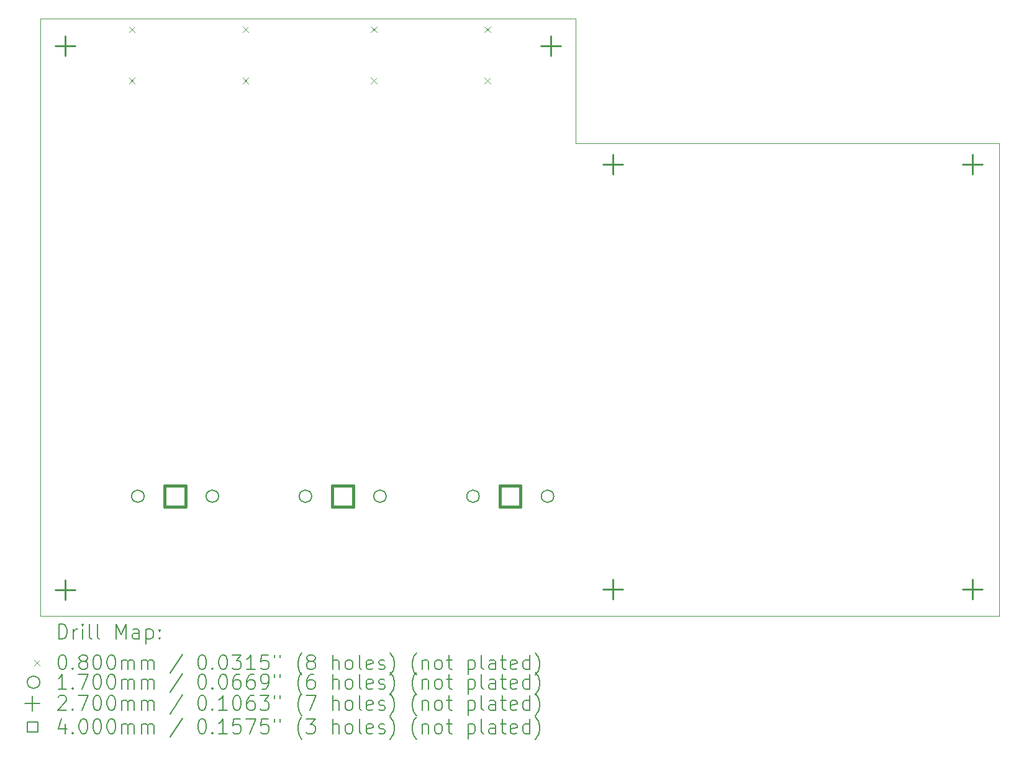
<source format=gbr>
%TF.GenerationSoftware,KiCad,Pcbnew,8.0.1*%
%TF.CreationDate,2025-03-29T00:02:54-06:00*%
%TF.ProjectId,minidexed,6d696e69-6465-4786-9564-2e6b69636164,rev?*%
%TF.SameCoordinates,Original*%
%TF.FileFunction,Drillmap*%
%TF.FilePolarity,Positive*%
%FSLAX45Y45*%
G04 Gerber Fmt 4.5, Leading zero omitted, Abs format (unit mm)*
G04 Created by KiCad (PCBNEW 8.0.1) date 2025-03-29 00:02:54*
%MOMM*%
%LPD*%
G01*
G04 APERTURE LIST*
%ADD10C,0.100000*%
%ADD11C,0.200000*%
%ADD12C,0.170000*%
%ADD13C,0.270000*%
%ADD14C,0.400000*%
G04 APERTURE END LIST*
D10*
X22525000Y-7600000D02*
X22525000Y-14050000D01*
X9450000Y-14050000D02*
X9450000Y-5900000D01*
X16750000Y-7600000D02*
X22525000Y-7600000D01*
X22525000Y-14050000D02*
X9450000Y-14050000D01*
X9450000Y-5900000D02*
X16750000Y-5900000D01*
X16750000Y-5900000D02*
X16750000Y-7600000D01*
D11*
D10*
X10660000Y-6008750D02*
X10740000Y-6088750D01*
X10740000Y-6008750D02*
X10660000Y-6088750D01*
X10660000Y-6708750D02*
X10740000Y-6788750D01*
X10740000Y-6708750D02*
X10660000Y-6788750D01*
X12210000Y-6008750D02*
X12290000Y-6088750D01*
X12290000Y-6008750D02*
X12210000Y-6088750D01*
X12210000Y-6708750D02*
X12290000Y-6788750D01*
X12290000Y-6708750D02*
X12210000Y-6788750D01*
X13960000Y-6008750D02*
X14040000Y-6088750D01*
X14040000Y-6008750D02*
X13960000Y-6088750D01*
X13960000Y-6708750D02*
X14040000Y-6788750D01*
X14040000Y-6708750D02*
X13960000Y-6788750D01*
X15510000Y-6008750D02*
X15590000Y-6088750D01*
X15590000Y-6008750D02*
X15510000Y-6088750D01*
X15510000Y-6708750D02*
X15590000Y-6788750D01*
X15590000Y-6708750D02*
X15510000Y-6788750D01*
D12*
X10867000Y-12420000D02*
G75*
G02*
X10697000Y-12420000I-85000J0D01*
G01*
X10697000Y-12420000D02*
G75*
G02*
X10867000Y-12420000I85000J0D01*
G01*
X11883000Y-12420000D02*
G75*
G02*
X11713000Y-12420000I-85000J0D01*
G01*
X11713000Y-12420000D02*
G75*
G02*
X11883000Y-12420000I85000J0D01*
G01*
X13152000Y-12420000D02*
G75*
G02*
X12982000Y-12420000I-85000J0D01*
G01*
X12982000Y-12420000D02*
G75*
G02*
X13152000Y-12420000I85000J0D01*
G01*
X14168000Y-12420000D02*
G75*
G02*
X13998000Y-12420000I-85000J0D01*
G01*
X13998000Y-12420000D02*
G75*
G02*
X14168000Y-12420000I85000J0D01*
G01*
X15437000Y-12420000D02*
G75*
G02*
X15267000Y-12420000I-85000J0D01*
G01*
X15267000Y-12420000D02*
G75*
G02*
X15437000Y-12420000I85000J0D01*
G01*
X16453000Y-12420000D02*
G75*
G02*
X16283000Y-12420000I-85000J0D01*
G01*
X16283000Y-12420000D02*
G75*
G02*
X16453000Y-12420000I85000J0D01*
G01*
D13*
X9790000Y-6135000D02*
X9790000Y-6405000D01*
X9655000Y-6270000D02*
X9925000Y-6270000D01*
X9790000Y-13565000D02*
X9790000Y-13835000D01*
X9655000Y-13700000D02*
X9925000Y-13700000D01*
X16410000Y-6135000D02*
X16410000Y-6405000D01*
X16275000Y-6270000D02*
X16545000Y-6270000D01*
X17261840Y-7754240D02*
X17261840Y-8024240D01*
X17126840Y-7889240D02*
X17396840Y-7889240D01*
X17261840Y-13554240D02*
X17261840Y-13824240D01*
X17126840Y-13689240D02*
X17396840Y-13689240D01*
X22161840Y-7754240D02*
X22161840Y-8024240D01*
X22026840Y-7889240D02*
X22296840Y-7889240D01*
X22161840Y-13554240D02*
X22161840Y-13824240D01*
X22026840Y-13689240D02*
X22296840Y-13689240D01*
D14*
X11431423Y-12561423D02*
X11431423Y-12278577D01*
X11148577Y-12278577D01*
X11148577Y-12561423D01*
X11431423Y-12561423D01*
X13716423Y-12561423D02*
X13716423Y-12278577D01*
X13433577Y-12278577D01*
X13433577Y-12561423D01*
X13716423Y-12561423D01*
X16001423Y-12561423D02*
X16001423Y-12278577D01*
X15718577Y-12278577D01*
X15718577Y-12561423D01*
X16001423Y-12561423D01*
D11*
X9705777Y-14366484D02*
X9705777Y-14166484D01*
X9705777Y-14166484D02*
X9753396Y-14166484D01*
X9753396Y-14166484D02*
X9781967Y-14176008D01*
X9781967Y-14176008D02*
X9801015Y-14195055D01*
X9801015Y-14195055D02*
X9810539Y-14214103D01*
X9810539Y-14214103D02*
X9820063Y-14252198D01*
X9820063Y-14252198D02*
X9820063Y-14280769D01*
X9820063Y-14280769D02*
X9810539Y-14318865D01*
X9810539Y-14318865D02*
X9801015Y-14337912D01*
X9801015Y-14337912D02*
X9781967Y-14356960D01*
X9781967Y-14356960D02*
X9753396Y-14366484D01*
X9753396Y-14366484D02*
X9705777Y-14366484D01*
X9905777Y-14366484D02*
X9905777Y-14233150D01*
X9905777Y-14271246D02*
X9915301Y-14252198D01*
X9915301Y-14252198D02*
X9924824Y-14242674D01*
X9924824Y-14242674D02*
X9943872Y-14233150D01*
X9943872Y-14233150D02*
X9962920Y-14233150D01*
X10029586Y-14366484D02*
X10029586Y-14233150D01*
X10029586Y-14166484D02*
X10020063Y-14176008D01*
X10020063Y-14176008D02*
X10029586Y-14185531D01*
X10029586Y-14185531D02*
X10039110Y-14176008D01*
X10039110Y-14176008D02*
X10029586Y-14166484D01*
X10029586Y-14166484D02*
X10029586Y-14185531D01*
X10153396Y-14366484D02*
X10134348Y-14356960D01*
X10134348Y-14356960D02*
X10124824Y-14337912D01*
X10124824Y-14337912D02*
X10124824Y-14166484D01*
X10258158Y-14366484D02*
X10239110Y-14356960D01*
X10239110Y-14356960D02*
X10229586Y-14337912D01*
X10229586Y-14337912D02*
X10229586Y-14166484D01*
X10486729Y-14366484D02*
X10486729Y-14166484D01*
X10486729Y-14166484D02*
X10553396Y-14309341D01*
X10553396Y-14309341D02*
X10620063Y-14166484D01*
X10620063Y-14166484D02*
X10620063Y-14366484D01*
X10801015Y-14366484D02*
X10801015Y-14261722D01*
X10801015Y-14261722D02*
X10791491Y-14242674D01*
X10791491Y-14242674D02*
X10772444Y-14233150D01*
X10772444Y-14233150D02*
X10734348Y-14233150D01*
X10734348Y-14233150D02*
X10715301Y-14242674D01*
X10801015Y-14356960D02*
X10781967Y-14366484D01*
X10781967Y-14366484D02*
X10734348Y-14366484D01*
X10734348Y-14366484D02*
X10715301Y-14356960D01*
X10715301Y-14356960D02*
X10705777Y-14337912D01*
X10705777Y-14337912D02*
X10705777Y-14318865D01*
X10705777Y-14318865D02*
X10715301Y-14299817D01*
X10715301Y-14299817D02*
X10734348Y-14290293D01*
X10734348Y-14290293D02*
X10781967Y-14290293D01*
X10781967Y-14290293D02*
X10801015Y-14280769D01*
X10896253Y-14233150D02*
X10896253Y-14433150D01*
X10896253Y-14242674D02*
X10915301Y-14233150D01*
X10915301Y-14233150D02*
X10953396Y-14233150D01*
X10953396Y-14233150D02*
X10972444Y-14242674D01*
X10972444Y-14242674D02*
X10981967Y-14252198D01*
X10981967Y-14252198D02*
X10991491Y-14271246D01*
X10991491Y-14271246D02*
X10991491Y-14328388D01*
X10991491Y-14328388D02*
X10981967Y-14347436D01*
X10981967Y-14347436D02*
X10972444Y-14356960D01*
X10972444Y-14356960D02*
X10953396Y-14366484D01*
X10953396Y-14366484D02*
X10915301Y-14366484D01*
X10915301Y-14366484D02*
X10896253Y-14356960D01*
X11077205Y-14347436D02*
X11086729Y-14356960D01*
X11086729Y-14356960D02*
X11077205Y-14366484D01*
X11077205Y-14366484D02*
X11067682Y-14356960D01*
X11067682Y-14356960D02*
X11077205Y-14347436D01*
X11077205Y-14347436D02*
X11077205Y-14366484D01*
X11077205Y-14242674D02*
X11086729Y-14252198D01*
X11086729Y-14252198D02*
X11077205Y-14261722D01*
X11077205Y-14261722D02*
X11067682Y-14252198D01*
X11067682Y-14252198D02*
X11077205Y-14242674D01*
X11077205Y-14242674D02*
X11077205Y-14261722D01*
D10*
X9365000Y-14655000D02*
X9445000Y-14735000D01*
X9445000Y-14655000D02*
X9365000Y-14735000D01*
D11*
X9743872Y-14586484D02*
X9762920Y-14586484D01*
X9762920Y-14586484D02*
X9781967Y-14596008D01*
X9781967Y-14596008D02*
X9791491Y-14605531D01*
X9791491Y-14605531D02*
X9801015Y-14624579D01*
X9801015Y-14624579D02*
X9810539Y-14662674D01*
X9810539Y-14662674D02*
X9810539Y-14710293D01*
X9810539Y-14710293D02*
X9801015Y-14748388D01*
X9801015Y-14748388D02*
X9791491Y-14767436D01*
X9791491Y-14767436D02*
X9781967Y-14776960D01*
X9781967Y-14776960D02*
X9762920Y-14786484D01*
X9762920Y-14786484D02*
X9743872Y-14786484D01*
X9743872Y-14786484D02*
X9724824Y-14776960D01*
X9724824Y-14776960D02*
X9715301Y-14767436D01*
X9715301Y-14767436D02*
X9705777Y-14748388D01*
X9705777Y-14748388D02*
X9696253Y-14710293D01*
X9696253Y-14710293D02*
X9696253Y-14662674D01*
X9696253Y-14662674D02*
X9705777Y-14624579D01*
X9705777Y-14624579D02*
X9715301Y-14605531D01*
X9715301Y-14605531D02*
X9724824Y-14596008D01*
X9724824Y-14596008D02*
X9743872Y-14586484D01*
X9896253Y-14767436D02*
X9905777Y-14776960D01*
X9905777Y-14776960D02*
X9896253Y-14786484D01*
X9896253Y-14786484D02*
X9886729Y-14776960D01*
X9886729Y-14776960D02*
X9896253Y-14767436D01*
X9896253Y-14767436D02*
X9896253Y-14786484D01*
X10020063Y-14672198D02*
X10001015Y-14662674D01*
X10001015Y-14662674D02*
X9991491Y-14653150D01*
X9991491Y-14653150D02*
X9981967Y-14634103D01*
X9981967Y-14634103D02*
X9981967Y-14624579D01*
X9981967Y-14624579D02*
X9991491Y-14605531D01*
X9991491Y-14605531D02*
X10001015Y-14596008D01*
X10001015Y-14596008D02*
X10020063Y-14586484D01*
X10020063Y-14586484D02*
X10058158Y-14586484D01*
X10058158Y-14586484D02*
X10077205Y-14596008D01*
X10077205Y-14596008D02*
X10086729Y-14605531D01*
X10086729Y-14605531D02*
X10096253Y-14624579D01*
X10096253Y-14624579D02*
X10096253Y-14634103D01*
X10096253Y-14634103D02*
X10086729Y-14653150D01*
X10086729Y-14653150D02*
X10077205Y-14662674D01*
X10077205Y-14662674D02*
X10058158Y-14672198D01*
X10058158Y-14672198D02*
X10020063Y-14672198D01*
X10020063Y-14672198D02*
X10001015Y-14681722D01*
X10001015Y-14681722D02*
X9991491Y-14691246D01*
X9991491Y-14691246D02*
X9981967Y-14710293D01*
X9981967Y-14710293D02*
X9981967Y-14748388D01*
X9981967Y-14748388D02*
X9991491Y-14767436D01*
X9991491Y-14767436D02*
X10001015Y-14776960D01*
X10001015Y-14776960D02*
X10020063Y-14786484D01*
X10020063Y-14786484D02*
X10058158Y-14786484D01*
X10058158Y-14786484D02*
X10077205Y-14776960D01*
X10077205Y-14776960D02*
X10086729Y-14767436D01*
X10086729Y-14767436D02*
X10096253Y-14748388D01*
X10096253Y-14748388D02*
X10096253Y-14710293D01*
X10096253Y-14710293D02*
X10086729Y-14691246D01*
X10086729Y-14691246D02*
X10077205Y-14681722D01*
X10077205Y-14681722D02*
X10058158Y-14672198D01*
X10220063Y-14586484D02*
X10239110Y-14586484D01*
X10239110Y-14586484D02*
X10258158Y-14596008D01*
X10258158Y-14596008D02*
X10267682Y-14605531D01*
X10267682Y-14605531D02*
X10277205Y-14624579D01*
X10277205Y-14624579D02*
X10286729Y-14662674D01*
X10286729Y-14662674D02*
X10286729Y-14710293D01*
X10286729Y-14710293D02*
X10277205Y-14748388D01*
X10277205Y-14748388D02*
X10267682Y-14767436D01*
X10267682Y-14767436D02*
X10258158Y-14776960D01*
X10258158Y-14776960D02*
X10239110Y-14786484D01*
X10239110Y-14786484D02*
X10220063Y-14786484D01*
X10220063Y-14786484D02*
X10201015Y-14776960D01*
X10201015Y-14776960D02*
X10191491Y-14767436D01*
X10191491Y-14767436D02*
X10181967Y-14748388D01*
X10181967Y-14748388D02*
X10172444Y-14710293D01*
X10172444Y-14710293D02*
X10172444Y-14662674D01*
X10172444Y-14662674D02*
X10181967Y-14624579D01*
X10181967Y-14624579D02*
X10191491Y-14605531D01*
X10191491Y-14605531D02*
X10201015Y-14596008D01*
X10201015Y-14596008D02*
X10220063Y-14586484D01*
X10410539Y-14586484D02*
X10429586Y-14586484D01*
X10429586Y-14586484D02*
X10448634Y-14596008D01*
X10448634Y-14596008D02*
X10458158Y-14605531D01*
X10458158Y-14605531D02*
X10467682Y-14624579D01*
X10467682Y-14624579D02*
X10477205Y-14662674D01*
X10477205Y-14662674D02*
X10477205Y-14710293D01*
X10477205Y-14710293D02*
X10467682Y-14748388D01*
X10467682Y-14748388D02*
X10458158Y-14767436D01*
X10458158Y-14767436D02*
X10448634Y-14776960D01*
X10448634Y-14776960D02*
X10429586Y-14786484D01*
X10429586Y-14786484D02*
X10410539Y-14786484D01*
X10410539Y-14786484D02*
X10391491Y-14776960D01*
X10391491Y-14776960D02*
X10381967Y-14767436D01*
X10381967Y-14767436D02*
X10372444Y-14748388D01*
X10372444Y-14748388D02*
X10362920Y-14710293D01*
X10362920Y-14710293D02*
X10362920Y-14662674D01*
X10362920Y-14662674D02*
X10372444Y-14624579D01*
X10372444Y-14624579D02*
X10381967Y-14605531D01*
X10381967Y-14605531D02*
X10391491Y-14596008D01*
X10391491Y-14596008D02*
X10410539Y-14586484D01*
X10562920Y-14786484D02*
X10562920Y-14653150D01*
X10562920Y-14672198D02*
X10572444Y-14662674D01*
X10572444Y-14662674D02*
X10591491Y-14653150D01*
X10591491Y-14653150D02*
X10620063Y-14653150D01*
X10620063Y-14653150D02*
X10639110Y-14662674D01*
X10639110Y-14662674D02*
X10648634Y-14681722D01*
X10648634Y-14681722D02*
X10648634Y-14786484D01*
X10648634Y-14681722D02*
X10658158Y-14662674D01*
X10658158Y-14662674D02*
X10677205Y-14653150D01*
X10677205Y-14653150D02*
X10705777Y-14653150D01*
X10705777Y-14653150D02*
X10724825Y-14662674D01*
X10724825Y-14662674D02*
X10734348Y-14681722D01*
X10734348Y-14681722D02*
X10734348Y-14786484D01*
X10829586Y-14786484D02*
X10829586Y-14653150D01*
X10829586Y-14672198D02*
X10839110Y-14662674D01*
X10839110Y-14662674D02*
X10858158Y-14653150D01*
X10858158Y-14653150D02*
X10886729Y-14653150D01*
X10886729Y-14653150D02*
X10905777Y-14662674D01*
X10905777Y-14662674D02*
X10915301Y-14681722D01*
X10915301Y-14681722D02*
X10915301Y-14786484D01*
X10915301Y-14681722D02*
X10924825Y-14662674D01*
X10924825Y-14662674D02*
X10943872Y-14653150D01*
X10943872Y-14653150D02*
X10972444Y-14653150D01*
X10972444Y-14653150D02*
X10991491Y-14662674D01*
X10991491Y-14662674D02*
X11001015Y-14681722D01*
X11001015Y-14681722D02*
X11001015Y-14786484D01*
X11391491Y-14576960D02*
X11220063Y-14834103D01*
X11648634Y-14586484D02*
X11667682Y-14586484D01*
X11667682Y-14586484D02*
X11686729Y-14596008D01*
X11686729Y-14596008D02*
X11696253Y-14605531D01*
X11696253Y-14605531D02*
X11705777Y-14624579D01*
X11705777Y-14624579D02*
X11715301Y-14662674D01*
X11715301Y-14662674D02*
X11715301Y-14710293D01*
X11715301Y-14710293D02*
X11705777Y-14748388D01*
X11705777Y-14748388D02*
X11696253Y-14767436D01*
X11696253Y-14767436D02*
X11686729Y-14776960D01*
X11686729Y-14776960D02*
X11667682Y-14786484D01*
X11667682Y-14786484D02*
X11648634Y-14786484D01*
X11648634Y-14786484D02*
X11629586Y-14776960D01*
X11629586Y-14776960D02*
X11620063Y-14767436D01*
X11620063Y-14767436D02*
X11610539Y-14748388D01*
X11610539Y-14748388D02*
X11601015Y-14710293D01*
X11601015Y-14710293D02*
X11601015Y-14662674D01*
X11601015Y-14662674D02*
X11610539Y-14624579D01*
X11610539Y-14624579D02*
X11620063Y-14605531D01*
X11620063Y-14605531D02*
X11629586Y-14596008D01*
X11629586Y-14596008D02*
X11648634Y-14586484D01*
X11801015Y-14767436D02*
X11810539Y-14776960D01*
X11810539Y-14776960D02*
X11801015Y-14786484D01*
X11801015Y-14786484D02*
X11791491Y-14776960D01*
X11791491Y-14776960D02*
X11801015Y-14767436D01*
X11801015Y-14767436D02*
X11801015Y-14786484D01*
X11934348Y-14586484D02*
X11953396Y-14586484D01*
X11953396Y-14586484D02*
X11972444Y-14596008D01*
X11972444Y-14596008D02*
X11981967Y-14605531D01*
X11981967Y-14605531D02*
X11991491Y-14624579D01*
X11991491Y-14624579D02*
X12001015Y-14662674D01*
X12001015Y-14662674D02*
X12001015Y-14710293D01*
X12001015Y-14710293D02*
X11991491Y-14748388D01*
X11991491Y-14748388D02*
X11981967Y-14767436D01*
X11981967Y-14767436D02*
X11972444Y-14776960D01*
X11972444Y-14776960D02*
X11953396Y-14786484D01*
X11953396Y-14786484D02*
X11934348Y-14786484D01*
X11934348Y-14786484D02*
X11915301Y-14776960D01*
X11915301Y-14776960D02*
X11905777Y-14767436D01*
X11905777Y-14767436D02*
X11896253Y-14748388D01*
X11896253Y-14748388D02*
X11886729Y-14710293D01*
X11886729Y-14710293D02*
X11886729Y-14662674D01*
X11886729Y-14662674D02*
X11896253Y-14624579D01*
X11896253Y-14624579D02*
X11905777Y-14605531D01*
X11905777Y-14605531D02*
X11915301Y-14596008D01*
X11915301Y-14596008D02*
X11934348Y-14586484D01*
X12067682Y-14586484D02*
X12191491Y-14586484D01*
X12191491Y-14586484D02*
X12124825Y-14662674D01*
X12124825Y-14662674D02*
X12153396Y-14662674D01*
X12153396Y-14662674D02*
X12172444Y-14672198D01*
X12172444Y-14672198D02*
X12181967Y-14681722D01*
X12181967Y-14681722D02*
X12191491Y-14700769D01*
X12191491Y-14700769D02*
X12191491Y-14748388D01*
X12191491Y-14748388D02*
X12181967Y-14767436D01*
X12181967Y-14767436D02*
X12172444Y-14776960D01*
X12172444Y-14776960D02*
X12153396Y-14786484D01*
X12153396Y-14786484D02*
X12096253Y-14786484D01*
X12096253Y-14786484D02*
X12077206Y-14776960D01*
X12077206Y-14776960D02*
X12067682Y-14767436D01*
X12381967Y-14786484D02*
X12267682Y-14786484D01*
X12324825Y-14786484D02*
X12324825Y-14586484D01*
X12324825Y-14586484D02*
X12305777Y-14615055D01*
X12305777Y-14615055D02*
X12286729Y-14634103D01*
X12286729Y-14634103D02*
X12267682Y-14643627D01*
X12562920Y-14586484D02*
X12467682Y-14586484D01*
X12467682Y-14586484D02*
X12458158Y-14681722D01*
X12458158Y-14681722D02*
X12467682Y-14672198D01*
X12467682Y-14672198D02*
X12486729Y-14662674D01*
X12486729Y-14662674D02*
X12534348Y-14662674D01*
X12534348Y-14662674D02*
X12553396Y-14672198D01*
X12553396Y-14672198D02*
X12562920Y-14681722D01*
X12562920Y-14681722D02*
X12572444Y-14700769D01*
X12572444Y-14700769D02*
X12572444Y-14748388D01*
X12572444Y-14748388D02*
X12562920Y-14767436D01*
X12562920Y-14767436D02*
X12553396Y-14776960D01*
X12553396Y-14776960D02*
X12534348Y-14786484D01*
X12534348Y-14786484D02*
X12486729Y-14786484D01*
X12486729Y-14786484D02*
X12467682Y-14776960D01*
X12467682Y-14776960D02*
X12458158Y-14767436D01*
X12648634Y-14586484D02*
X12648634Y-14624579D01*
X12724825Y-14586484D02*
X12724825Y-14624579D01*
X13020063Y-14862674D02*
X13010539Y-14853150D01*
X13010539Y-14853150D02*
X12991491Y-14824579D01*
X12991491Y-14824579D02*
X12981968Y-14805531D01*
X12981968Y-14805531D02*
X12972444Y-14776960D01*
X12972444Y-14776960D02*
X12962920Y-14729341D01*
X12962920Y-14729341D02*
X12962920Y-14691246D01*
X12962920Y-14691246D02*
X12972444Y-14643627D01*
X12972444Y-14643627D02*
X12981968Y-14615055D01*
X12981968Y-14615055D02*
X12991491Y-14596008D01*
X12991491Y-14596008D02*
X13010539Y-14567436D01*
X13010539Y-14567436D02*
X13020063Y-14557912D01*
X13124825Y-14672198D02*
X13105777Y-14662674D01*
X13105777Y-14662674D02*
X13096253Y-14653150D01*
X13096253Y-14653150D02*
X13086729Y-14634103D01*
X13086729Y-14634103D02*
X13086729Y-14624579D01*
X13086729Y-14624579D02*
X13096253Y-14605531D01*
X13096253Y-14605531D02*
X13105777Y-14596008D01*
X13105777Y-14596008D02*
X13124825Y-14586484D01*
X13124825Y-14586484D02*
X13162920Y-14586484D01*
X13162920Y-14586484D02*
X13181968Y-14596008D01*
X13181968Y-14596008D02*
X13191491Y-14605531D01*
X13191491Y-14605531D02*
X13201015Y-14624579D01*
X13201015Y-14624579D02*
X13201015Y-14634103D01*
X13201015Y-14634103D02*
X13191491Y-14653150D01*
X13191491Y-14653150D02*
X13181968Y-14662674D01*
X13181968Y-14662674D02*
X13162920Y-14672198D01*
X13162920Y-14672198D02*
X13124825Y-14672198D01*
X13124825Y-14672198D02*
X13105777Y-14681722D01*
X13105777Y-14681722D02*
X13096253Y-14691246D01*
X13096253Y-14691246D02*
X13086729Y-14710293D01*
X13086729Y-14710293D02*
X13086729Y-14748388D01*
X13086729Y-14748388D02*
X13096253Y-14767436D01*
X13096253Y-14767436D02*
X13105777Y-14776960D01*
X13105777Y-14776960D02*
X13124825Y-14786484D01*
X13124825Y-14786484D02*
X13162920Y-14786484D01*
X13162920Y-14786484D02*
X13181968Y-14776960D01*
X13181968Y-14776960D02*
X13191491Y-14767436D01*
X13191491Y-14767436D02*
X13201015Y-14748388D01*
X13201015Y-14748388D02*
X13201015Y-14710293D01*
X13201015Y-14710293D02*
X13191491Y-14691246D01*
X13191491Y-14691246D02*
X13181968Y-14681722D01*
X13181968Y-14681722D02*
X13162920Y-14672198D01*
X13439110Y-14786484D02*
X13439110Y-14586484D01*
X13524825Y-14786484D02*
X13524825Y-14681722D01*
X13524825Y-14681722D02*
X13515301Y-14662674D01*
X13515301Y-14662674D02*
X13496253Y-14653150D01*
X13496253Y-14653150D02*
X13467682Y-14653150D01*
X13467682Y-14653150D02*
X13448634Y-14662674D01*
X13448634Y-14662674D02*
X13439110Y-14672198D01*
X13648634Y-14786484D02*
X13629587Y-14776960D01*
X13629587Y-14776960D02*
X13620063Y-14767436D01*
X13620063Y-14767436D02*
X13610539Y-14748388D01*
X13610539Y-14748388D02*
X13610539Y-14691246D01*
X13610539Y-14691246D02*
X13620063Y-14672198D01*
X13620063Y-14672198D02*
X13629587Y-14662674D01*
X13629587Y-14662674D02*
X13648634Y-14653150D01*
X13648634Y-14653150D02*
X13677206Y-14653150D01*
X13677206Y-14653150D02*
X13696253Y-14662674D01*
X13696253Y-14662674D02*
X13705777Y-14672198D01*
X13705777Y-14672198D02*
X13715301Y-14691246D01*
X13715301Y-14691246D02*
X13715301Y-14748388D01*
X13715301Y-14748388D02*
X13705777Y-14767436D01*
X13705777Y-14767436D02*
X13696253Y-14776960D01*
X13696253Y-14776960D02*
X13677206Y-14786484D01*
X13677206Y-14786484D02*
X13648634Y-14786484D01*
X13829587Y-14786484D02*
X13810539Y-14776960D01*
X13810539Y-14776960D02*
X13801015Y-14757912D01*
X13801015Y-14757912D02*
X13801015Y-14586484D01*
X13981968Y-14776960D02*
X13962920Y-14786484D01*
X13962920Y-14786484D02*
X13924825Y-14786484D01*
X13924825Y-14786484D02*
X13905777Y-14776960D01*
X13905777Y-14776960D02*
X13896253Y-14757912D01*
X13896253Y-14757912D02*
X13896253Y-14681722D01*
X13896253Y-14681722D02*
X13905777Y-14662674D01*
X13905777Y-14662674D02*
X13924825Y-14653150D01*
X13924825Y-14653150D02*
X13962920Y-14653150D01*
X13962920Y-14653150D02*
X13981968Y-14662674D01*
X13981968Y-14662674D02*
X13991491Y-14681722D01*
X13991491Y-14681722D02*
X13991491Y-14700769D01*
X13991491Y-14700769D02*
X13896253Y-14719817D01*
X14067682Y-14776960D02*
X14086730Y-14786484D01*
X14086730Y-14786484D02*
X14124825Y-14786484D01*
X14124825Y-14786484D02*
X14143872Y-14776960D01*
X14143872Y-14776960D02*
X14153396Y-14757912D01*
X14153396Y-14757912D02*
X14153396Y-14748388D01*
X14153396Y-14748388D02*
X14143872Y-14729341D01*
X14143872Y-14729341D02*
X14124825Y-14719817D01*
X14124825Y-14719817D02*
X14096253Y-14719817D01*
X14096253Y-14719817D02*
X14077206Y-14710293D01*
X14077206Y-14710293D02*
X14067682Y-14691246D01*
X14067682Y-14691246D02*
X14067682Y-14681722D01*
X14067682Y-14681722D02*
X14077206Y-14662674D01*
X14077206Y-14662674D02*
X14096253Y-14653150D01*
X14096253Y-14653150D02*
X14124825Y-14653150D01*
X14124825Y-14653150D02*
X14143872Y-14662674D01*
X14220063Y-14862674D02*
X14229587Y-14853150D01*
X14229587Y-14853150D02*
X14248634Y-14824579D01*
X14248634Y-14824579D02*
X14258158Y-14805531D01*
X14258158Y-14805531D02*
X14267682Y-14776960D01*
X14267682Y-14776960D02*
X14277206Y-14729341D01*
X14277206Y-14729341D02*
X14277206Y-14691246D01*
X14277206Y-14691246D02*
X14267682Y-14643627D01*
X14267682Y-14643627D02*
X14258158Y-14615055D01*
X14258158Y-14615055D02*
X14248634Y-14596008D01*
X14248634Y-14596008D02*
X14229587Y-14567436D01*
X14229587Y-14567436D02*
X14220063Y-14557912D01*
X14581968Y-14862674D02*
X14572444Y-14853150D01*
X14572444Y-14853150D02*
X14553396Y-14824579D01*
X14553396Y-14824579D02*
X14543872Y-14805531D01*
X14543872Y-14805531D02*
X14534349Y-14776960D01*
X14534349Y-14776960D02*
X14524825Y-14729341D01*
X14524825Y-14729341D02*
X14524825Y-14691246D01*
X14524825Y-14691246D02*
X14534349Y-14643627D01*
X14534349Y-14643627D02*
X14543872Y-14615055D01*
X14543872Y-14615055D02*
X14553396Y-14596008D01*
X14553396Y-14596008D02*
X14572444Y-14567436D01*
X14572444Y-14567436D02*
X14581968Y-14557912D01*
X14658158Y-14653150D02*
X14658158Y-14786484D01*
X14658158Y-14672198D02*
X14667682Y-14662674D01*
X14667682Y-14662674D02*
X14686730Y-14653150D01*
X14686730Y-14653150D02*
X14715301Y-14653150D01*
X14715301Y-14653150D02*
X14734349Y-14662674D01*
X14734349Y-14662674D02*
X14743872Y-14681722D01*
X14743872Y-14681722D02*
X14743872Y-14786484D01*
X14867682Y-14786484D02*
X14848634Y-14776960D01*
X14848634Y-14776960D02*
X14839111Y-14767436D01*
X14839111Y-14767436D02*
X14829587Y-14748388D01*
X14829587Y-14748388D02*
X14829587Y-14691246D01*
X14829587Y-14691246D02*
X14839111Y-14672198D01*
X14839111Y-14672198D02*
X14848634Y-14662674D01*
X14848634Y-14662674D02*
X14867682Y-14653150D01*
X14867682Y-14653150D02*
X14896253Y-14653150D01*
X14896253Y-14653150D02*
X14915301Y-14662674D01*
X14915301Y-14662674D02*
X14924825Y-14672198D01*
X14924825Y-14672198D02*
X14934349Y-14691246D01*
X14934349Y-14691246D02*
X14934349Y-14748388D01*
X14934349Y-14748388D02*
X14924825Y-14767436D01*
X14924825Y-14767436D02*
X14915301Y-14776960D01*
X14915301Y-14776960D02*
X14896253Y-14786484D01*
X14896253Y-14786484D02*
X14867682Y-14786484D01*
X14991492Y-14653150D02*
X15067682Y-14653150D01*
X15020063Y-14586484D02*
X15020063Y-14757912D01*
X15020063Y-14757912D02*
X15029587Y-14776960D01*
X15029587Y-14776960D02*
X15048634Y-14786484D01*
X15048634Y-14786484D02*
X15067682Y-14786484D01*
X15286730Y-14653150D02*
X15286730Y-14853150D01*
X15286730Y-14662674D02*
X15305777Y-14653150D01*
X15305777Y-14653150D02*
X15343873Y-14653150D01*
X15343873Y-14653150D02*
X15362920Y-14662674D01*
X15362920Y-14662674D02*
X15372444Y-14672198D01*
X15372444Y-14672198D02*
X15381968Y-14691246D01*
X15381968Y-14691246D02*
X15381968Y-14748388D01*
X15381968Y-14748388D02*
X15372444Y-14767436D01*
X15372444Y-14767436D02*
X15362920Y-14776960D01*
X15362920Y-14776960D02*
X15343873Y-14786484D01*
X15343873Y-14786484D02*
X15305777Y-14786484D01*
X15305777Y-14786484D02*
X15286730Y-14776960D01*
X15496253Y-14786484D02*
X15477206Y-14776960D01*
X15477206Y-14776960D02*
X15467682Y-14757912D01*
X15467682Y-14757912D02*
X15467682Y-14586484D01*
X15658158Y-14786484D02*
X15658158Y-14681722D01*
X15658158Y-14681722D02*
X15648634Y-14662674D01*
X15648634Y-14662674D02*
X15629587Y-14653150D01*
X15629587Y-14653150D02*
X15591492Y-14653150D01*
X15591492Y-14653150D02*
X15572444Y-14662674D01*
X15658158Y-14776960D02*
X15639111Y-14786484D01*
X15639111Y-14786484D02*
X15591492Y-14786484D01*
X15591492Y-14786484D02*
X15572444Y-14776960D01*
X15572444Y-14776960D02*
X15562920Y-14757912D01*
X15562920Y-14757912D02*
X15562920Y-14738865D01*
X15562920Y-14738865D02*
X15572444Y-14719817D01*
X15572444Y-14719817D02*
X15591492Y-14710293D01*
X15591492Y-14710293D02*
X15639111Y-14710293D01*
X15639111Y-14710293D02*
X15658158Y-14700769D01*
X15724825Y-14653150D02*
X15801015Y-14653150D01*
X15753396Y-14586484D02*
X15753396Y-14757912D01*
X15753396Y-14757912D02*
X15762920Y-14776960D01*
X15762920Y-14776960D02*
X15781968Y-14786484D01*
X15781968Y-14786484D02*
X15801015Y-14786484D01*
X15943873Y-14776960D02*
X15924825Y-14786484D01*
X15924825Y-14786484D02*
X15886730Y-14786484D01*
X15886730Y-14786484D02*
X15867682Y-14776960D01*
X15867682Y-14776960D02*
X15858158Y-14757912D01*
X15858158Y-14757912D02*
X15858158Y-14681722D01*
X15858158Y-14681722D02*
X15867682Y-14662674D01*
X15867682Y-14662674D02*
X15886730Y-14653150D01*
X15886730Y-14653150D02*
X15924825Y-14653150D01*
X15924825Y-14653150D02*
X15943873Y-14662674D01*
X15943873Y-14662674D02*
X15953396Y-14681722D01*
X15953396Y-14681722D02*
X15953396Y-14700769D01*
X15953396Y-14700769D02*
X15858158Y-14719817D01*
X16124825Y-14786484D02*
X16124825Y-14586484D01*
X16124825Y-14776960D02*
X16105777Y-14786484D01*
X16105777Y-14786484D02*
X16067682Y-14786484D01*
X16067682Y-14786484D02*
X16048634Y-14776960D01*
X16048634Y-14776960D02*
X16039111Y-14767436D01*
X16039111Y-14767436D02*
X16029587Y-14748388D01*
X16029587Y-14748388D02*
X16029587Y-14691246D01*
X16029587Y-14691246D02*
X16039111Y-14672198D01*
X16039111Y-14672198D02*
X16048634Y-14662674D01*
X16048634Y-14662674D02*
X16067682Y-14653150D01*
X16067682Y-14653150D02*
X16105777Y-14653150D01*
X16105777Y-14653150D02*
X16124825Y-14662674D01*
X16201015Y-14862674D02*
X16210539Y-14853150D01*
X16210539Y-14853150D02*
X16229587Y-14824579D01*
X16229587Y-14824579D02*
X16239111Y-14805531D01*
X16239111Y-14805531D02*
X16248634Y-14776960D01*
X16248634Y-14776960D02*
X16258158Y-14729341D01*
X16258158Y-14729341D02*
X16258158Y-14691246D01*
X16258158Y-14691246D02*
X16248634Y-14643627D01*
X16248634Y-14643627D02*
X16239111Y-14615055D01*
X16239111Y-14615055D02*
X16229587Y-14596008D01*
X16229587Y-14596008D02*
X16210539Y-14567436D01*
X16210539Y-14567436D02*
X16201015Y-14557912D01*
D12*
X9445000Y-14959000D02*
G75*
G02*
X9275000Y-14959000I-85000J0D01*
G01*
X9275000Y-14959000D02*
G75*
G02*
X9445000Y-14959000I85000J0D01*
G01*
D11*
X9810539Y-15050484D02*
X9696253Y-15050484D01*
X9753396Y-15050484D02*
X9753396Y-14850484D01*
X9753396Y-14850484D02*
X9734348Y-14879055D01*
X9734348Y-14879055D02*
X9715301Y-14898103D01*
X9715301Y-14898103D02*
X9696253Y-14907627D01*
X9896253Y-15031436D02*
X9905777Y-15040960D01*
X9905777Y-15040960D02*
X9896253Y-15050484D01*
X9896253Y-15050484D02*
X9886729Y-15040960D01*
X9886729Y-15040960D02*
X9896253Y-15031436D01*
X9896253Y-15031436D02*
X9896253Y-15050484D01*
X9972444Y-14850484D02*
X10105777Y-14850484D01*
X10105777Y-14850484D02*
X10020063Y-15050484D01*
X10220063Y-14850484D02*
X10239110Y-14850484D01*
X10239110Y-14850484D02*
X10258158Y-14860008D01*
X10258158Y-14860008D02*
X10267682Y-14869531D01*
X10267682Y-14869531D02*
X10277205Y-14888579D01*
X10277205Y-14888579D02*
X10286729Y-14926674D01*
X10286729Y-14926674D02*
X10286729Y-14974293D01*
X10286729Y-14974293D02*
X10277205Y-15012388D01*
X10277205Y-15012388D02*
X10267682Y-15031436D01*
X10267682Y-15031436D02*
X10258158Y-15040960D01*
X10258158Y-15040960D02*
X10239110Y-15050484D01*
X10239110Y-15050484D02*
X10220063Y-15050484D01*
X10220063Y-15050484D02*
X10201015Y-15040960D01*
X10201015Y-15040960D02*
X10191491Y-15031436D01*
X10191491Y-15031436D02*
X10181967Y-15012388D01*
X10181967Y-15012388D02*
X10172444Y-14974293D01*
X10172444Y-14974293D02*
X10172444Y-14926674D01*
X10172444Y-14926674D02*
X10181967Y-14888579D01*
X10181967Y-14888579D02*
X10191491Y-14869531D01*
X10191491Y-14869531D02*
X10201015Y-14860008D01*
X10201015Y-14860008D02*
X10220063Y-14850484D01*
X10410539Y-14850484D02*
X10429586Y-14850484D01*
X10429586Y-14850484D02*
X10448634Y-14860008D01*
X10448634Y-14860008D02*
X10458158Y-14869531D01*
X10458158Y-14869531D02*
X10467682Y-14888579D01*
X10467682Y-14888579D02*
X10477205Y-14926674D01*
X10477205Y-14926674D02*
X10477205Y-14974293D01*
X10477205Y-14974293D02*
X10467682Y-15012388D01*
X10467682Y-15012388D02*
X10458158Y-15031436D01*
X10458158Y-15031436D02*
X10448634Y-15040960D01*
X10448634Y-15040960D02*
X10429586Y-15050484D01*
X10429586Y-15050484D02*
X10410539Y-15050484D01*
X10410539Y-15050484D02*
X10391491Y-15040960D01*
X10391491Y-15040960D02*
X10381967Y-15031436D01*
X10381967Y-15031436D02*
X10372444Y-15012388D01*
X10372444Y-15012388D02*
X10362920Y-14974293D01*
X10362920Y-14974293D02*
X10362920Y-14926674D01*
X10362920Y-14926674D02*
X10372444Y-14888579D01*
X10372444Y-14888579D02*
X10381967Y-14869531D01*
X10381967Y-14869531D02*
X10391491Y-14860008D01*
X10391491Y-14860008D02*
X10410539Y-14850484D01*
X10562920Y-15050484D02*
X10562920Y-14917150D01*
X10562920Y-14936198D02*
X10572444Y-14926674D01*
X10572444Y-14926674D02*
X10591491Y-14917150D01*
X10591491Y-14917150D02*
X10620063Y-14917150D01*
X10620063Y-14917150D02*
X10639110Y-14926674D01*
X10639110Y-14926674D02*
X10648634Y-14945722D01*
X10648634Y-14945722D02*
X10648634Y-15050484D01*
X10648634Y-14945722D02*
X10658158Y-14926674D01*
X10658158Y-14926674D02*
X10677205Y-14917150D01*
X10677205Y-14917150D02*
X10705777Y-14917150D01*
X10705777Y-14917150D02*
X10724825Y-14926674D01*
X10724825Y-14926674D02*
X10734348Y-14945722D01*
X10734348Y-14945722D02*
X10734348Y-15050484D01*
X10829586Y-15050484D02*
X10829586Y-14917150D01*
X10829586Y-14936198D02*
X10839110Y-14926674D01*
X10839110Y-14926674D02*
X10858158Y-14917150D01*
X10858158Y-14917150D02*
X10886729Y-14917150D01*
X10886729Y-14917150D02*
X10905777Y-14926674D01*
X10905777Y-14926674D02*
X10915301Y-14945722D01*
X10915301Y-14945722D02*
X10915301Y-15050484D01*
X10915301Y-14945722D02*
X10924825Y-14926674D01*
X10924825Y-14926674D02*
X10943872Y-14917150D01*
X10943872Y-14917150D02*
X10972444Y-14917150D01*
X10972444Y-14917150D02*
X10991491Y-14926674D01*
X10991491Y-14926674D02*
X11001015Y-14945722D01*
X11001015Y-14945722D02*
X11001015Y-15050484D01*
X11391491Y-14840960D02*
X11220063Y-15098103D01*
X11648634Y-14850484D02*
X11667682Y-14850484D01*
X11667682Y-14850484D02*
X11686729Y-14860008D01*
X11686729Y-14860008D02*
X11696253Y-14869531D01*
X11696253Y-14869531D02*
X11705777Y-14888579D01*
X11705777Y-14888579D02*
X11715301Y-14926674D01*
X11715301Y-14926674D02*
X11715301Y-14974293D01*
X11715301Y-14974293D02*
X11705777Y-15012388D01*
X11705777Y-15012388D02*
X11696253Y-15031436D01*
X11696253Y-15031436D02*
X11686729Y-15040960D01*
X11686729Y-15040960D02*
X11667682Y-15050484D01*
X11667682Y-15050484D02*
X11648634Y-15050484D01*
X11648634Y-15050484D02*
X11629586Y-15040960D01*
X11629586Y-15040960D02*
X11620063Y-15031436D01*
X11620063Y-15031436D02*
X11610539Y-15012388D01*
X11610539Y-15012388D02*
X11601015Y-14974293D01*
X11601015Y-14974293D02*
X11601015Y-14926674D01*
X11601015Y-14926674D02*
X11610539Y-14888579D01*
X11610539Y-14888579D02*
X11620063Y-14869531D01*
X11620063Y-14869531D02*
X11629586Y-14860008D01*
X11629586Y-14860008D02*
X11648634Y-14850484D01*
X11801015Y-15031436D02*
X11810539Y-15040960D01*
X11810539Y-15040960D02*
X11801015Y-15050484D01*
X11801015Y-15050484D02*
X11791491Y-15040960D01*
X11791491Y-15040960D02*
X11801015Y-15031436D01*
X11801015Y-15031436D02*
X11801015Y-15050484D01*
X11934348Y-14850484D02*
X11953396Y-14850484D01*
X11953396Y-14850484D02*
X11972444Y-14860008D01*
X11972444Y-14860008D02*
X11981967Y-14869531D01*
X11981967Y-14869531D02*
X11991491Y-14888579D01*
X11991491Y-14888579D02*
X12001015Y-14926674D01*
X12001015Y-14926674D02*
X12001015Y-14974293D01*
X12001015Y-14974293D02*
X11991491Y-15012388D01*
X11991491Y-15012388D02*
X11981967Y-15031436D01*
X11981967Y-15031436D02*
X11972444Y-15040960D01*
X11972444Y-15040960D02*
X11953396Y-15050484D01*
X11953396Y-15050484D02*
X11934348Y-15050484D01*
X11934348Y-15050484D02*
X11915301Y-15040960D01*
X11915301Y-15040960D02*
X11905777Y-15031436D01*
X11905777Y-15031436D02*
X11896253Y-15012388D01*
X11896253Y-15012388D02*
X11886729Y-14974293D01*
X11886729Y-14974293D02*
X11886729Y-14926674D01*
X11886729Y-14926674D02*
X11896253Y-14888579D01*
X11896253Y-14888579D02*
X11905777Y-14869531D01*
X11905777Y-14869531D02*
X11915301Y-14860008D01*
X11915301Y-14860008D02*
X11934348Y-14850484D01*
X12172444Y-14850484D02*
X12134348Y-14850484D01*
X12134348Y-14850484D02*
X12115301Y-14860008D01*
X12115301Y-14860008D02*
X12105777Y-14869531D01*
X12105777Y-14869531D02*
X12086729Y-14898103D01*
X12086729Y-14898103D02*
X12077206Y-14936198D01*
X12077206Y-14936198D02*
X12077206Y-15012388D01*
X12077206Y-15012388D02*
X12086729Y-15031436D01*
X12086729Y-15031436D02*
X12096253Y-15040960D01*
X12096253Y-15040960D02*
X12115301Y-15050484D01*
X12115301Y-15050484D02*
X12153396Y-15050484D01*
X12153396Y-15050484D02*
X12172444Y-15040960D01*
X12172444Y-15040960D02*
X12181967Y-15031436D01*
X12181967Y-15031436D02*
X12191491Y-15012388D01*
X12191491Y-15012388D02*
X12191491Y-14964769D01*
X12191491Y-14964769D02*
X12181967Y-14945722D01*
X12181967Y-14945722D02*
X12172444Y-14936198D01*
X12172444Y-14936198D02*
X12153396Y-14926674D01*
X12153396Y-14926674D02*
X12115301Y-14926674D01*
X12115301Y-14926674D02*
X12096253Y-14936198D01*
X12096253Y-14936198D02*
X12086729Y-14945722D01*
X12086729Y-14945722D02*
X12077206Y-14964769D01*
X12362920Y-14850484D02*
X12324825Y-14850484D01*
X12324825Y-14850484D02*
X12305777Y-14860008D01*
X12305777Y-14860008D02*
X12296253Y-14869531D01*
X12296253Y-14869531D02*
X12277206Y-14898103D01*
X12277206Y-14898103D02*
X12267682Y-14936198D01*
X12267682Y-14936198D02*
X12267682Y-15012388D01*
X12267682Y-15012388D02*
X12277206Y-15031436D01*
X12277206Y-15031436D02*
X12286729Y-15040960D01*
X12286729Y-15040960D02*
X12305777Y-15050484D01*
X12305777Y-15050484D02*
X12343872Y-15050484D01*
X12343872Y-15050484D02*
X12362920Y-15040960D01*
X12362920Y-15040960D02*
X12372444Y-15031436D01*
X12372444Y-15031436D02*
X12381967Y-15012388D01*
X12381967Y-15012388D02*
X12381967Y-14964769D01*
X12381967Y-14964769D02*
X12372444Y-14945722D01*
X12372444Y-14945722D02*
X12362920Y-14936198D01*
X12362920Y-14936198D02*
X12343872Y-14926674D01*
X12343872Y-14926674D02*
X12305777Y-14926674D01*
X12305777Y-14926674D02*
X12286729Y-14936198D01*
X12286729Y-14936198D02*
X12277206Y-14945722D01*
X12277206Y-14945722D02*
X12267682Y-14964769D01*
X12477206Y-15050484D02*
X12515301Y-15050484D01*
X12515301Y-15050484D02*
X12534348Y-15040960D01*
X12534348Y-15040960D02*
X12543872Y-15031436D01*
X12543872Y-15031436D02*
X12562920Y-15002865D01*
X12562920Y-15002865D02*
X12572444Y-14964769D01*
X12572444Y-14964769D02*
X12572444Y-14888579D01*
X12572444Y-14888579D02*
X12562920Y-14869531D01*
X12562920Y-14869531D02*
X12553396Y-14860008D01*
X12553396Y-14860008D02*
X12534348Y-14850484D01*
X12534348Y-14850484D02*
X12496253Y-14850484D01*
X12496253Y-14850484D02*
X12477206Y-14860008D01*
X12477206Y-14860008D02*
X12467682Y-14869531D01*
X12467682Y-14869531D02*
X12458158Y-14888579D01*
X12458158Y-14888579D02*
X12458158Y-14936198D01*
X12458158Y-14936198D02*
X12467682Y-14955246D01*
X12467682Y-14955246D02*
X12477206Y-14964769D01*
X12477206Y-14964769D02*
X12496253Y-14974293D01*
X12496253Y-14974293D02*
X12534348Y-14974293D01*
X12534348Y-14974293D02*
X12553396Y-14964769D01*
X12553396Y-14964769D02*
X12562920Y-14955246D01*
X12562920Y-14955246D02*
X12572444Y-14936198D01*
X12648634Y-14850484D02*
X12648634Y-14888579D01*
X12724825Y-14850484D02*
X12724825Y-14888579D01*
X13020063Y-15126674D02*
X13010539Y-15117150D01*
X13010539Y-15117150D02*
X12991491Y-15088579D01*
X12991491Y-15088579D02*
X12981968Y-15069531D01*
X12981968Y-15069531D02*
X12972444Y-15040960D01*
X12972444Y-15040960D02*
X12962920Y-14993341D01*
X12962920Y-14993341D02*
X12962920Y-14955246D01*
X12962920Y-14955246D02*
X12972444Y-14907627D01*
X12972444Y-14907627D02*
X12981968Y-14879055D01*
X12981968Y-14879055D02*
X12991491Y-14860008D01*
X12991491Y-14860008D02*
X13010539Y-14831436D01*
X13010539Y-14831436D02*
X13020063Y-14821912D01*
X13181968Y-14850484D02*
X13143872Y-14850484D01*
X13143872Y-14850484D02*
X13124825Y-14860008D01*
X13124825Y-14860008D02*
X13115301Y-14869531D01*
X13115301Y-14869531D02*
X13096253Y-14898103D01*
X13096253Y-14898103D02*
X13086729Y-14936198D01*
X13086729Y-14936198D02*
X13086729Y-15012388D01*
X13086729Y-15012388D02*
X13096253Y-15031436D01*
X13096253Y-15031436D02*
X13105777Y-15040960D01*
X13105777Y-15040960D02*
X13124825Y-15050484D01*
X13124825Y-15050484D02*
X13162920Y-15050484D01*
X13162920Y-15050484D02*
X13181968Y-15040960D01*
X13181968Y-15040960D02*
X13191491Y-15031436D01*
X13191491Y-15031436D02*
X13201015Y-15012388D01*
X13201015Y-15012388D02*
X13201015Y-14964769D01*
X13201015Y-14964769D02*
X13191491Y-14945722D01*
X13191491Y-14945722D02*
X13181968Y-14936198D01*
X13181968Y-14936198D02*
X13162920Y-14926674D01*
X13162920Y-14926674D02*
X13124825Y-14926674D01*
X13124825Y-14926674D02*
X13105777Y-14936198D01*
X13105777Y-14936198D02*
X13096253Y-14945722D01*
X13096253Y-14945722D02*
X13086729Y-14964769D01*
X13439110Y-15050484D02*
X13439110Y-14850484D01*
X13524825Y-15050484D02*
X13524825Y-14945722D01*
X13524825Y-14945722D02*
X13515301Y-14926674D01*
X13515301Y-14926674D02*
X13496253Y-14917150D01*
X13496253Y-14917150D02*
X13467682Y-14917150D01*
X13467682Y-14917150D02*
X13448634Y-14926674D01*
X13448634Y-14926674D02*
X13439110Y-14936198D01*
X13648634Y-15050484D02*
X13629587Y-15040960D01*
X13629587Y-15040960D02*
X13620063Y-15031436D01*
X13620063Y-15031436D02*
X13610539Y-15012388D01*
X13610539Y-15012388D02*
X13610539Y-14955246D01*
X13610539Y-14955246D02*
X13620063Y-14936198D01*
X13620063Y-14936198D02*
X13629587Y-14926674D01*
X13629587Y-14926674D02*
X13648634Y-14917150D01*
X13648634Y-14917150D02*
X13677206Y-14917150D01*
X13677206Y-14917150D02*
X13696253Y-14926674D01*
X13696253Y-14926674D02*
X13705777Y-14936198D01*
X13705777Y-14936198D02*
X13715301Y-14955246D01*
X13715301Y-14955246D02*
X13715301Y-15012388D01*
X13715301Y-15012388D02*
X13705777Y-15031436D01*
X13705777Y-15031436D02*
X13696253Y-15040960D01*
X13696253Y-15040960D02*
X13677206Y-15050484D01*
X13677206Y-15050484D02*
X13648634Y-15050484D01*
X13829587Y-15050484D02*
X13810539Y-15040960D01*
X13810539Y-15040960D02*
X13801015Y-15021912D01*
X13801015Y-15021912D02*
X13801015Y-14850484D01*
X13981968Y-15040960D02*
X13962920Y-15050484D01*
X13962920Y-15050484D02*
X13924825Y-15050484D01*
X13924825Y-15050484D02*
X13905777Y-15040960D01*
X13905777Y-15040960D02*
X13896253Y-15021912D01*
X13896253Y-15021912D02*
X13896253Y-14945722D01*
X13896253Y-14945722D02*
X13905777Y-14926674D01*
X13905777Y-14926674D02*
X13924825Y-14917150D01*
X13924825Y-14917150D02*
X13962920Y-14917150D01*
X13962920Y-14917150D02*
X13981968Y-14926674D01*
X13981968Y-14926674D02*
X13991491Y-14945722D01*
X13991491Y-14945722D02*
X13991491Y-14964769D01*
X13991491Y-14964769D02*
X13896253Y-14983817D01*
X14067682Y-15040960D02*
X14086730Y-15050484D01*
X14086730Y-15050484D02*
X14124825Y-15050484D01*
X14124825Y-15050484D02*
X14143872Y-15040960D01*
X14143872Y-15040960D02*
X14153396Y-15021912D01*
X14153396Y-15021912D02*
X14153396Y-15012388D01*
X14153396Y-15012388D02*
X14143872Y-14993341D01*
X14143872Y-14993341D02*
X14124825Y-14983817D01*
X14124825Y-14983817D02*
X14096253Y-14983817D01*
X14096253Y-14983817D02*
X14077206Y-14974293D01*
X14077206Y-14974293D02*
X14067682Y-14955246D01*
X14067682Y-14955246D02*
X14067682Y-14945722D01*
X14067682Y-14945722D02*
X14077206Y-14926674D01*
X14077206Y-14926674D02*
X14096253Y-14917150D01*
X14096253Y-14917150D02*
X14124825Y-14917150D01*
X14124825Y-14917150D02*
X14143872Y-14926674D01*
X14220063Y-15126674D02*
X14229587Y-15117150D01*
X14229587Y-15117150D02*
X14248634Y-15088579D01*
X14248634Y-15088579D02*
X14258158Y-15069531D01*
X14258158Y-15069531D02*
X14267682Y-15040960D01*
X14267682Y-15040960D02*
X14277206Y-14993341D01*
X14277206Y-14993341D02*
X14277206Y-14955246D01*
X14277206Y-14955246D02*
X14267682Y-14907627D01*
X14267682Y-14907627D02*
X14258158Y-14879055D01*
X14258158Y-14879055D02*
X14248634Y-14860008D01*
X14248634Y-14860008D02*
X14229587Y-14831436D01*
X14229587Y-14831436D02*
X14220063Y-14821912D01*
X14581968Y-15126674D02*
X14572444Y-15117150D01*
X14572444Y-15117150D02*
X14553396Y-15088579D01*
X14553396Y-15088579D02*
X14543872Y-15069531D01*
X14543872Y-15069531D02*
X14534349Y-15040960D01*
X14534349Y-15040960D02*
X14524825Y-14993341D01*
X14524825Y-14993341D02*
X14524825Y-14955246D01*
X14524825Y-14955246D02*
X14534349Y-14907627D01*
X14534349Y-14907627D02*
X14543872Y-14879055D01*
X14543872Y-14879055D02*
X14553396Y-14860008D01*
X14553396Y-14860008D02*
X14572444Y-14831436D01*
X14572444Y-14831436D02*
X14581968Y-14821912D01*
X14658158Y-14917150D02*
X14658158Y-15050484D01*
X14658158Y-14936198D02*
X14667682Y-14926674D01*
X14667682Y-14926674D02*
X14686730Y-14917150D01*
X14686730Y-14917150D02*
X14715301Y-14917150D01*
X14715301Y-14917150D02*
X14734349Y-14926674D01*
X14734349Y-14926674D02*
X14743872Y-14945722D01*
X14743872Y-14945722D02*
X14743872Y-15050484D01*
X14867682Y-15050484D02*
X14848634Y-15040960D01*
X14848634Y-15040960D02*
X14839111Y-15031436D01*
X14839111Y-15031436D02*
X14829587Y-15012388D01*
X14829587Y-15012388D02*
X14829587Y-14955246D01*
X14829587Y-14955246D02*
X14839111Y-14936198D01*
X14839111Y-14936198D02*
X14848634Y-14926674D01*
X14848634Y-14926674D02*
X14867682Y-14917150D01*
X14867682Y-14917150D02*
X14896253Y-14917150D01*
X14896253Y-14917150D02*
X14915301Y-14926674D01*
X14915301Y-14926674D02*
X14924825Y-14936198D01*
X14924825Y-14936198D02*
X14934349Y-14955246D01*
X14934349Y-14955246D02*
X14934349Y-15012388D01*
X14934349Y-15012388D02*
X14924825Y-15031436D01*
X14924825Y-15031436D02*
X14915301Y-15040960D01*
X14915301Y-15040960D02*
X14896253Y-15050484D01*
X14896253Y-15050484D02*
X14867682Y-15050484D01*
X14991492Y-14917150D02*
X15067682Y-14917150D01*
X15020063Y-14850484D02*
X15020063Y-15021912D01*
X15020063Y-15021912D02*
X15029587Y-15040960D01*
X15029587Y-15040960D02*
X15048634Y-15050484D01*
X15048634Y-15050484D02*
X15067682Y-15050484D01*
X15286730Y-14917150D02*
X15286730Y-15117150D01*
X15286730Y-14926674D02*
X15305777Y-14917150D01*
X15305777Y-14917150D02*
X15343873Y-14917150D01*
X15343873Y-14917150D02*
X15362920Y-14926674D01*
X15362920Y-14926674D02*
X15372444Y-14936198D01*
X15372444Y-14936198D02*
X15381968Y-14955246D01*
X15381968Y-14955246D02*
X15381968Y-15012388D01*
X15381968Y-15012388D02*
X15372444Y-15031436D01*
X15372444Y-15031436D02*
X15362920Y-15040960D01*
X15362920Y-15040960D02*
X15343873Y-15050484D01*
X15343873Y-15050484D02*
X15305777Y-15050484D01*
X15305777Y-15050484D02*
X15286730Y-15040960D01*
X15496253Y-15050484D02*
X15477206Y-15040960D01*
X15477206Y-15040960D02*
X15467682Y-15021912D01*
X15467682Y-15021912D02*
X15467682Y-14850484D01*
X15658158Y-15050484D02*
X15658158Y-14945722D01*
X15658158Y-14945722D02*
X15648634Y-14926674D01*
X15648634Y-14926674D02*
X15629587Y-14917150D01*
X15629587Y-14917150D02*
X15591492Y-14917150D01*
X15591492Y-14917150D02*
X15572444Y-14926674D01*
X15658158Y-15040960D02*
X15639111Y-15050484D01*
X15639111Y-15050484D02*
X15591492Y-15050484D01*
X15591492Y-15050484D02*
X15572444Y-15040960D01*
X15572444Y-15040960D02*
X15562920Y-15021912D01*
X15562920Y-15021912D02*
X15562920Y-15002865D01*
X15562920Y-15002865D02*
X15572444Y-14983817D01*
X15572444Y-14983817D02*
X15591492Y-14974293D01*
X15591492Y-14974293D02*
X15639111Y-14974293D01*
X15639111Y-14974293D02*
X15658158Y-14964769D01*
X15724825Y-14917150D02*
X15801015Y-14917150D01*
X15753396Y-14850484D02*
X15753396Y-15021912D01*
X15753396Y-15021912D02*
X15762920Y-15040960D01*
X15762920Y-15040960D02*
X15781968Y-15050484D01*
X15781968Y-15050484D02*
X15801015Y-15050484D01*
X15943873Y-15040960D02*
X15924825Y-15050484D01*
X15924825Y-15050484D02*
X15886730Y-15050484D01*
X15886730Y-15050484D02*
X15867682Y-15040960D01*
X15867682Y-15040960D02*
X15858158Y-15021912D01*
X15858158Y-15021912D02*
X15858158Y-14945722D01*
X15858158Y-14945722D02*
X15867682Y-14926674D01*
X15867682Y-14926674D02*
X15886730Y-14917150D01*
X15886730Y-14917150D02*
X15924825Y-14917150D01*
X15924825Y-14917150D02*
X15943873Y-14926674D01*
X15943873Y-14926674D02*
X15953396Y-14945722D01*
X15953396Y-14945722D02*
X15953396Y-14964769D01*
X15953396Y-14964769D02*
X15858158Y-14983817D01*
X16124825Y-15050484D02*
X16124825Y-14850484D01*
X16124825Y-15040960D02*
X16105777Y-15050484D01*
X16105777Y-15050484D02*
X16067682Y-15050484D01*
X16067682Y-15050484D02*
X16048634Y-15040960D01*
X16048634Y-15040960D02*
X16039111Y-15031436D01*
X16039111Y-15031436D02*
X16029587Y-15012388D01*
X16029587Y-15012388D02*
X16029587Y-14955246D01*
X16029587Y-14955246D02*
X16039111Y-14936198D01*
X16039111Y-14936198D02*
X16048634Y-14926674D01*
X16048634Y-14926674D02*
X16067682Y-14917150D01*
X16067682Y-14917150D02*
X16105777Y-14917150D01*
X16105777Y-14917150D02*
X16124825Y-14926674D01*
X16201015Y-15126674D02*
X16210539Y-15117150D01*
X16210539Y-15117150D02*
X16229587Y-15088579D01*
X16229587Y-15088579D02*
X16239111Y-15069531D01*
X16239111Y-15069531D02*
X16248634Y-15040960D01*
X16248634Y-15040960D02*
X16258158Y-14993341D01*
X16258158Y-14993341D02*
X16258158Y-14955246D01*
X16258158Y-14955246D02*
X16248634Y-14907627D01*
X16248634Y-14907627D02*
X16239111Y-14879055D01*
X16239111Y-14879055D02*
X16229587Y-14860008D01*
X16229587Y-14860008D02*
X16210539Y-14831436D01*
X16210539Y-14831436D02*
X16201015Y-14821912D01*
X9345000Y-15149000D02*
X9345000Y-15349000D01*
X9245000Y-15249000D02*
X9445000Y-15249000D01*
X9696253Y-15159531D02*
X9705777Y-15150008D01*
X9705777Y-15150008D02*
X9724824Y-15140484D01*
X9724824Y-15140484D02*
X9772444Y-15140484D01*
X9772444Y-15140484D02*
X9791491Y-15150008D01*
X9791491Y-15150008D02*
X9801015Y-15159531D01*
X9801015Y-15159531D02*
X9810539Y-15178579D01*
X9810539Y-15178579D02*
X9810539Y-15197627D01*
X9810539Y-15197627D02*
X9801015Y-15226198D01*
X9801015Y-15226198D02*
X9686729Y-15340484D01*
X9686729Y-15340484D02*
X9810539Y-15340484D01*
X9896253Y-15321436D02*
X9905777Y-15330960D01*
X9905777Y-15330960D02*
X9896253Y-15340484D01*
X9896253Y-15340484D02*
X9886729Y-15330960D01*
X9886729Y-15330960D02*
X9896253Y-15321436D01*
X9896253Y-15321436D02*
X9896253Y-15340484D01*
X9972444Y-15140484D02*
X10105777Y-15140484D01*
X10105777Y-15140484D02*
X10020063Y-15340484D01*
X10220063Y-15140484D02*
X10239110Y-15140484D01*
X10239110Y-15140484D02*
X10258158Y-15150008D01*
X10258158Y-15150008D02*
X10267682Y-15159531D01*
X10267682Y-15159531D02*
X10277205Y-15178579D01*
X10277205Y-15178579D02*
X10286729Y-15216674D01*
X10286729Y-15216674D02*
X10286729Y-15264293D01*
X10286729Y-15264293D02*
X10277205Y-15302388D01*
X10277205Y-15302388D02*
X10267682Y-15321436D01*
X10267682Y-15321436D02*
X10258158Y-15330960D01*
X10258158Y-15330960D02*
X10239110Y-15340484D01*
X10239110Y-15340484D02*
X10220063Y-15340484D01*
X10220063Y-15340484D02*
X10201015Y-15330960D01*
X10201015Y-15330960D02*
X10191491Y-15321436D01*
X10191491Y-15321436D02*
X10181967Y-15302388D01*
X10181967Y-15302388D02*
X10172444Y-15264293D01*
X10172444Y-15264293D02*
X10172444Y-15216674D01*
X10172444Y-15216674D02*
X10181967Y-15178579D01*
X10181967Y-15178579D02*
X10191491Y-15159531D01*
X10191491Y-15159531D02*
X10201015Y-15150008D01*
X10201015Y-15150008D02*
X10220063Y-15140484D01*
X10410539Y-15140484D02*
X10429586Y-15140484D01*
X10429586Y-15140484D02*
X10448634Y-15150008D01*
X10448634Y-15150008D02*
X10458158Y-15159531D01*
X10458158Y-15159531D02*
X10467682Y-15178579D01*
X10467682Y-15178579D02*
X10477205Y-15216674D01*
X10477205Y-15216674D02*
X10477205Y-15264293D01*
X10477205Y-15264293D02*
X10467682Y-15302388D01*
X10467682Y-15302388D02*
X10458158Y-15321436D01*
X10458158Y-15321436D02*
X10448634Y-15330960D01*
X10448634Y-15330960D02*
X10429586Y-15340484D01*
X10429586Y-15340484D02*
X10410539Y-15340484D01*
X10410539Y-15340484D02*
X10391491Y-15330960D01*
X10391491Y-15330960D02*
X10381967Y-15321436D01*
X10381967Y-15321436D02*
X10372444Y-15302388D01*
X10372444Y-15302388D02*
X10362920Y-15264293D01*
X10362920Y-15264293D02*
X10362920Y-15216674D01*
X10362920Y-15216674D02*
X10372444Y-15178579D01*
X10372444Y-15178579D02*
X10381967Y-15159531D01*
X10381967Y-15159531D02*
X10391491Y-15150008D01*
X10391491Y-15150008D02*
X10410539Y-15140484D01*
X10562920Y-15340484D02*
X10562920Y-15207150D01*
X10562920Y-15226198D02*
X10572444Y-15216674D01*
X10572444Y-15216674D02*
X10591491Y-15207150D01*
X10591491Y-15207150D02*
X10620063Y-15207150D01*
X10620063Y-15207150D02*
X10639110Y-15216674D01*
X10639110Y-15216674D02*
X10648634Y-15235722D01*
X10648634Y-15235722D02*
X10648634Y-15340484D01*
X10648634Y-15235722D02*
X10658158Y-15216674D01*
X10658158Y-15216674D02*
X10677205Y-15207150D01*
X10677205Y-15207150D02*
X10705777Y-15207150D01*
X10705777Y-15207150D02*
X10724825Y-15216674D01*
X10724825Y-15216674D02*
X10734348Y-15235722D01*
X10734348Y-15235722D02*
X10734348Y-15340484D01*
X10829586Y-15340484D02*
X10829586Y-15207150D01*
X10829586Y-15226198D02*
X10839110Y-15216674D01*
X10839110Y-15216674D02*
X10858158Y-15207150D01*
X10858158Y-15207150D02*
X10886729Y-15207150D01*
X10886729Y-15207150D02*
X10905777Y-15216674D01*
X10905777Y-15216674D02*
X10915301Y-15235722D01*
X10915301Y-15235722D02*
X10915301Y-15340484D01*
X10915301Y-15235722D02*
X10924825Y-15216674D01*
X10924825Y-15216674D02*
X10943872Y-15207150D01*
X10943872Y-15207150D02*
X10972444Y-15207150D01*
X10972444Y-15207150D02*
X10991491Y-15216674D01*
X10991491Y-15216674D02*
X11001015Y-15235722D01*
X11001015Y-15235722D02*
X11001015Y-15340484D01*
X11391491Y-15130960D02*
X11220063Y-15388103D01*
X11648634Y-15140484D02*
X11667682Y-15140484D01*
X11667682Y-15140484D02*
X11686729Y-15150008D01*
X11686729Y-15150008D02*
X11696253Y-15159531D01*
X11696253Y-15159531D02*
X11705777Y-15178579D01*
X11705777Y-15178579D02*
X11715301Y-15216674D01*
X11715301Y-15216674D02*
X11715301Y-15264293D01*
X11715301Y-15264293D02*
X11705777Y-15302388D01*
X11705777Y-15302388D02*
X11696253Y-15321436D01*
X11696253Y-15321436D02*
X11686729Y-15330960D01*
X11686729Y-15330960D02*
X11667682Y-15340484D01*
X11667682Y-15340484D02*
X11648634Y-15340484D01*
X11648634Y-15340484D02*
X11629586Y-15330960D01*
X11629586Y-15330960D02*
X11620063Y-15321436D01*
X11620063Y-15321436D02*
X11610539Y-15302388D01*
X11610539Y-15302388D02*
X11601015Y-15264293D01*
X11601015Y-15264293D02*
X11601015Y-15216674D01*
X11601015Y-15216674D02*
X11610539Y-15178579D01*
X11610539Y-15178579D02*
X11620063Y-15159531D01*
X11620063Y-15159531D02*
X11629586Y-15150008D01*
X11629586Y-15150008D02*
X11648634Y-15140484D01*
X11801015Y-15321436D02*
X11810539Y-15330960D01*
X11810539Y-15330960D02*
X11801015Y-15340484D01*
X11801015Y-15340484D02*
X11791491Y-15330960D01*
X11791491Y-15330960D02*
X11801015Y-15321436D01*
X11801015Y-15321436D02*
X11801015Y-15340484D01*
X12001015Y-15340484D02*
X11886729Y-15340484D01*
X11943872Y-15340484D02*
X11943872Y-15140484D01*
X11943872Y-15140484D02*
X11924825Y-15169055D01*
X11924825Y-15169055D02*
X11905777Y-15188103D01*
X11905777Y-15188103D02*
X11886729Y-15197627D01*
X12124825Y-15140484D02*
X12143872Y-15140484D01*
X12143872Y-15140484D02*
X12162920Y-15150008D01*
X12162920Y-15150008D02*
X12172444Y-15159531D01*
X12172444Y-15159531D02*
X12181967Y-15178579D01*
X12181967Y-15178579D02*
X12191491Y-15216674D01*
X12191491Y-15216674D02*
X12191491Y-15264293D01*
X12191491Y-15264293D02*
X12181967Y-15302388D01*
X12181967Y-15302388D02*
X12172444Y-15321436D01*
X12172444Y-15321436D02*
X12162920Y-15330960D01*
X12162920Y-15330960D02*
X12143872Y-15340484D01*
X12143872Y-15340484D02*
X12124825Y-15340484D01*
X12124825Y-15340484D02*
X12105777Y-15330960D01*
X12105777Y-15330960D02*
X12096253Y-15321436D01*
X12096253Y-15321436D02*
X12086729Y-15302388D01*
X12086729Y-15302388D02*
X12077206Y-15264293D01*
X12077206Y-15264293D02*
X12077206Y-15216674D01*
X12077206Y-15216674D02*
X12086729Y-15178579D01*
X12086729Y-15178579D02*
X12096253Y-15159531D01*
X12096253Y-15159531D02*
X12105777Y-15150008D01*
X12105777Y-15150008D02*
X12124825Y-15140484D01*
X12362920Y-15140484D02*
X12324825Y-15140484D01*
X12324825Y-15140484D02*
X12305777Y-15150008D01*
X12305777Y-15150008D02*
X12296253Y-15159531D01*
X12296253Y-15159531D02*
X12277206Y-15188103D01*
X12277206Y-15188103D02*
X12267682Y-15226198D01*
X12267682Y-15226198D02*
X12267682Y-15302388D01*
X12267682Y-15302388D02*
X12277206Y-15321436D01*
X12277206Y-15321436D02*
X12286729Y-15330960D01*
X12286729Y-15330960D02*
X12305777Y-15340484D01*
X12305777Y-15340484D02*
X12343872Y-15340484D01*
X12343872Y-15340484D02*
X12362920Y-15330960D01*
X12362920Y-15330960D02*
X12372444Y-15321436D01*
X12372444Y-15321436D02*
X12381967Y-15302388D01*
X12381967Y-15302388D02*
X12381967Y-15254769D01*
X12381967Y-15254769D02*
X12372444Y-15235722D01*
X12372444Y-15235722D02*
X12362920Y-15226198D01*
X12362920Y-15226198D02*
X12343872Y-15216674D01*
X12343872Y-15216674D02*
X12305777Y-15216674D01*
X12305777Y-15216674D02*
X12286729Y-15226198D01*
X12286729Y-15226198D02*
X12277206Y-15235722D01*
X12277206Y-15235722D02*
X12267682Y-15254769D01*
X12448634Y-15140484D02*
X12572444Y-15140484D01*
X12572444Y-15140484D02*
X12505777Y-15216674D01*
X12505777Y-15216674D02*
X12534348Y-15216674D01*
X12534348Y-15216674D02*
X12553396Y-15226198D01*
X12553396Y-15226198D02*
X12562920Y-15235722D01*
X12562920Y-15235722D02*
X12572444Y-15254769D01*
X12572444Y-15254769D02*
X12572444Y-15302388D01*
X12572444Y-15302388D02*
X12562920Y-15321436D01*
X12562920Y-15321436D02*
X12553396Y-15330960D01*
X12553396Y-15330960D02*
X12534348Y-15340484D01*
X12534348Y-15340484D02*
X12477206Y-15340484D01*
X12477206Y-15340484D02*
X12458158Y-15330960D01*
X12458158Y-15330960D02*
X12448634Y-15321436D01*
X12648634Y-15140484D02*
X12648634Y-15178579D01*
X12724825Y-15140484D02*
X12724825Y-15178579D01*
X13020063Y-15416674D02*
X13010539Y-15407150D01*
X13010539Y-15407150D02*
X12991491Y-15378579D01*
X12991491Y-15378579D02*
X12981968Y-15359531D01*
X12981968Y-15359531D02*
X12972444Y-15330960D01*
X12972444Y-15330960D02*
X12962920Y-15283341D01*
X12962920Y-15283341D02*
X12962920Y-15245246D01*
X12962920Y-15245246D02*
X12972444Y-15197627D01*
X12972444Y-15197627D02*
X12981968Y-15169055D01*
X12981968Y-15169055D02*
X12991491Y-15150008D01*
X12991491Y-15150008D02*
X13010539Y-15121436D01*
X13010539Y-15121436D02*
X13020063Y-15111912D01*
X13077206Y-15140484D02*
X13210539Y-15140484D01*
X13210539Y-15140484D02*
X13124825Y-15340484D01*
X13439110Y-15340484D02*
X13439110Y-15140484D01*
X13524825Y-15340484D02*
X13524825Y-15235722D01*
X13524825Y-15235722D02*
X13515301Y-15216674D01*
X13515301Y-15216674D02*
X13496253Y-15207150D01*
X13496253Y-15207150D02*
X13467682Y-15207150D01*
X13467682Y-15207150D02*
X13448634Y-15216674D01*
X13448634Y-15216674D02*
X13439110Y-15226198D01*
X13648634Y-15340484D02*
X13629587Y-15330960D01*
X13629587Y-15330960D02*
X13620063Y-15321436D01*
X13620063Y-15321436D02*
X13610539Y-15302388D01*
X13610539Y-15302388D02*
X13610539Y-15245246D01*
X13610539Y-15245246D02*
X13620063Y-15226198D01*
X13620063Y-15226198D02*
X13629587Y-15216674D01*
X13629587Y-15216674D02*
X13648634Y-15207150D01*
X13648634Y-15207150D02*
X13677206Y-15207150D01*
X13677206Y-15207150D02*
X13696253Y-15216674D01*
X13696253Y-15216674D02*
X13705777Y-15226198D01*
X13705777Y-15226198D02*
X13715301Y-15245246D01*
X13715301Y-15245246D02*
X13715301Y-15302388D01*
X13715301Y-15302388D02*
X13705777Y-15321436D01*
X13705777Y-15321436D02*
X13696253Y-15330960D01*
X13696253Y-15330960D02*
X13677206Y-15340484D01*
X13677206Y-15340484D02*
X13648634Y-15340484D01*
X13829587Y-15340484D02*
X13810539Y-15330960D01*
X13810539Y-15330960D02*
X13801015Y-15311912D01*
X13801015Y-15311912D02*
X13801015Y-15140484D01*
X13981968Y-15330960D02*
X13962920Y-15340484D01*
X13962920Y-15340484D02*
X13924825Y-15340484D01*
X13924825Y-15340484D02*
X13905777Y-15330960D01*
X13905777Y-15330960D02*
X13896253Y-15311912D01*
X13896253Y-15311912D02*
X13896253Y-15235722D01*
X13896253Y-15235722D02*
X13905777Y-15216674D01*
X13905777Y-15216674D02*
X13924825Y-15207150D01*
X13924825Y-15207150D02*
X13962920Y-15207150D01*
X13962920Y-15207150D02*
X13981968Y-15216674D01*
X13981968Y-15216674D02*
X13991491Y-15235722D01*
X13991491Y-15235722D02*
X13991491Y-15254769D01*
X13991491Y-15254769D02*
X13896253Y-15273817D01*
X14067682Y-15330960D02*
X14086730Y-15340484D01*
X14086730Y-15340484D02*
X14124825Y-15340484D01*
X14124825Y-15340484D02*
X14143872Y-15330960D01*
X14143872Y-15330960D02*
X14153396Y-15311912D01*
X14153396Y-15311912D02*
X14153396Y-15302388D01*
X14153396Y-15302388D02*
X14143872Y-15283341D01*
X14143872Y-15283341D02*
X14124825Y-15273817D01*
X14124825Y-15273817D02*
X14096253Y-15273817D01*
X14096253Y-15273817D02*
X14077206Y-15264293D01*
X14077206Y-15264293D02*
X14067682Y-15245246D01*
X14067682Y-15245246D02*
X14067682Y-15235722D01*
X14067682Y-15235722D02*
X14077206Y-15216674D01*
X14077206Y-15216674D02*
X14096253Y-15207150D01*
X14096253Y-15207150D02*
X14124825Y-15207150D01*
X14124825Y-15207150D02*
X14143872Y-15216674D01*
X14220063Y-15416674D02*
X14229587Y-15407150D01*
X14229587Y-15407150D02*
X14248634Y-15378579D01*
X14248634Y-15378579D02*
X14258158Y-15359531D01*
X14258158Y-15359531D02*
X14267682Y-15330960D01*
X14267682Y-15330960D02*
X14277206Y-15283341D01*
X14277206Y-15283341D02*
X14277206Y-15245246D01*
X14277206Y-15245246D02*
X14267682Y-15197627D01*
X14267682Y-15197627D02*
X14258158Y-15169055D01*
X14258158Y-15169055D02*
X14248634Y-15150008D01*
X14248634Y-15150008D02*
X14229587Y-15121436D01*
X14229587Y-15121436D02*
X14220063Y-15111912D01*
X14581968Y-15416674D02*
X14572444Y-15407150D01*
X14572444Y-15407150D02*
X14553396Y-15378579D01*
X14553396Y-15378579D02*
X14543872Y-15359531D01*
X14543872Y-15359531D02*
X14534349Y-15330960D01*
X14534349Y-15330960D02*
X14524825Y-15283341D01*
X14524825Y-15283341D02*
X14524825Y-15245246D01*
X14524825Y-15245246D02*
X14534349Y-15197627D01*
X14534349Y-15197627D02*
X14543872Y-15169055D01*
X14543872Y-15169055D02*
X14553396Y-15150008D01*
X14553396Y-15150008D02*
X14572444Y-15121436D01*
X14572444Y-15121436D02*
X14581968Y-15111912D01*
X14658158Y-15207150D02*
X14658158Y-15340484D01*
X14658158Y-15226198D02*
X14667682Y-15216674D01*
X14667682Y-15216674D02*
X14686730Y-15207150D01*
X14686730Y-15207150D02*
X14715301Y-15207150D01*
X14715301Y-15207150D02*
X14734349Y-15216674D01*
X14734349Y-15216674D02*
X14743872Y-15235722D01*
X14743872Y-15235722D02*
X14743872Y-15340484D01*
X14867682Y-15340484D02*
X14848634Y-15330960D01*
X14848634Y-15330960D02*
X14839111Y-15321436D01*
X14839111Y-15321436D02*
X14829587Y-15302388D01*
X14829587Y-15302388D02*
X14829587Y-15245246D01*
X14829587Y-15245246D02*
X14839111Y-15226198D01*
X14839111Y-15226198D02*
X14848634Y-15216674D01*
X14848634Y-15216674D02*
X14867682Y-15207150D01*
X14867682Y-15207150D02*
X14896253Y-15207150D01*
X14896253Y-15207150D02*
X14915301Y-15216674D01*
X14915301Y-15216674D02*
X14924825Y-15226198D01*
X14924825Y-15226198D02*
X14934349Y-15245246D01*
X14934349Y-15245246D02*
X14934349Y-15302388D01*
X14934349Y-15302388D02*
X14924825Y-15321436D01*
X14924825Y-15321436D02*
X14915301Y-15330960D01*
X14915301Y-15330960D02*
X14896253Y-15340484D01*
X14896253Y-15340484D02*
X14867682Y-15340484D01*
X14991492Y-15207150D02*
X15067682Y-15207150D01*
X15020063Y-15140484D02*
X15020063Y-15311912D01*
X15020063Y-15311912D02*
X15029587Y-15330960D01*
X15029587Y-15330960D02*
X15048634Y-15340484D01*
X15048634Y-15340484D02*
X15067682Y-15340484D01*
X15286730Y-15207150D02*
X15286730Y-15407150D01*
X15286730Y-15216674D02*
X15305777Y-15207150D01*
X15305777Y-15207150D02*
X15343873Y-15207150D01*
X15343873Y-15207150D02*
X15362920Y-15216674D01*
X15362920Y-15216674D02*
X15372444Y-15226198D01*
X15372444Y-15226198D02*
X15381968Y-15245246D01*
X15381968Y-15245246D02*
X15381968Y-15302388D01*
X15381968Y-15302388D02*
X15372444Y-15321436D01*
X15372444Y-15321436D02*
X15362920Y-15330960D01*
X15362920Y-15330960D02*
X15343873Y-15340484D01*
X15343873Y-15340484D02*
X15305777Y-15340484D01*
X15305777Y-15340484D02*
X15286730Y-15330960D01*
X15496253Y-15340484D02*
X15477206Y-15330960D01*
X15477206Y-15330960D02*
X15467682Y-15311912D01*
X15467682Y-15311912D02*
X15467682Y-15140484D01*
X15658158Y-15340484D02*
X15658158Y-15235722D01*
X15658158Y-15235722D02*
X15648634Y-15216674D01*
X15648634Y-15216674D02*
X15629587Y-15207150D01*
X15629587Y-15207150D02*
X15591492Y-15207150D01*
X15591492Y-15207150D02*
X15572444Y-15216674D01*
X15658158Y-15330960D02*
X15639111Y-15340484D01*
X15639111Y-15340484D02*
X15591492Y-15340484D01*
X15591492Y-15340484D02*
X15572444Y-15330960D01*
X15572444Y-15330960D02*
X15562920Y-15311912D01*
X15562920Y-15311912D02*
X15562920Y-15292865D01*
X15562920Y-15292865D02*
X15572444Y-15273817D01*
X15572444Y-15273817D02*
X15591492Y-15264293D01*
X15591492Y-15264293D02*
X15639111Y-15264293D01*
X15639111Y-15264293D02*
X15658158Y-15254769D01*
X15724825Y-15207150D02*
X15801015Y-15207150D01*
X15753396Y-15140484D02*
X15753396Y-15311912D01*
X15753396Y-15311912D02*
X15762920Y-15330960D01*
X15762920Y-15330960D02*
X15781968Y-15340484D01*
X15781968Y-15340484D02*
X15801015Y-15340484D01*
X15943873Y-15330960D02*
X15924825Y-15340484D01*
X15924825Y-15340484D02*
X15886730Y-15340484D01*
X15886730Y-15340484D02*
X15867682Y-15330960D01*
X15867682Y-15330960D02*
X15858158Y-15311912D01*
X15858158Y-15311912D02*
X15858158Y-15235722D01*
X15858158Y-15235722D02*
X15867682Y-15216674D01*
X15867682Y-15216674D02*
X15886730Y-15207150D01*
X15886730Y-15207150D02*
X15924825Y-15207150D01*
X15924825Y-15207150D02*
X15943873Y-15216674D01*
X15943873Y-15216674D02*
X15953396Y-15235722D01*
X15953396Y-15235722D02*
X15953396Y-15254769D01*
X15953396Y-15254769D02*
X15858158Y-15273817D01*
X16124825Y-15340484D02*
X16124825Y-15140484D01*
X16124825Y-15330960D02*
X16105777Y-15340484D01*
X16105777Y-15340484D02*
X16067682Y-15340484D01*
X16067682Y-15340484D02*
X16048634Y-15330960D01*
X16048634Y-15330960D02*
X16039111Y-15321436D01*
X16039111Y-15321436D02*
X16029587Y-15302388D01*
X16029587Y-15302388D02*
X16029587Y-15245246D01*
X16029587Y-15245246D02*
X16039111Y-15226198D01*
X16039111Y-15226198D02*
X16048634Y-15216674D01*
X16048634Y-15216674D02*
X16067682Y-15207150D01*
X16067682Y-15207150D02*
X16105777Y-15207150D01*
X16105777Y-15207150D02*
X16124825Y-15216674D01*
X16201015Y-15416674D02*
X16210539Y-15407150D01*
X16210539Y-15407150D02*
X16229587Y-15378579D01*
X16229587Y-15378579D02*
X16239111Y-15359531D01*
X16239111Y-15359531D02*
X16248634Y-15330960D01*
X16248634Y-15330960D02*
X16258158Y-15283341D01*
X16258158Y-15283341D02*
X16258158Y-15245246D01*
X16258158Y-15245246D02*
X16248634Y-15197627D01*
X16248634Y-15197627D02*
X16239111Y-15169055D01*
X16239111Y-15169055D02*
X16229587Y-15150008D01*
X16229587Y-15150008D02*
X16210539Y-15121436D01*
X16210539Y-15121436D02*
X16201015Y-15111912D01*
X9415711Y-15639711D02*
X9415711Y-15498289D01*
X9274289Y-15498289D01*
X9274289Y-15639711D01*
X9415711Y-15639711D01*
X9791491Y-15527150D02*
X9791491Y-15660484D01*
X9743872Y-15450960D02*
X9696253Y-15593817D01*
X9696253Y-15593817D02*
X9820063Y-15593817D01*
X9896253Y-15641436D02*
X9905777Y-15650960D01*
X9905777Y-15650960D02*
X9896253Y-15660484D01*
X9896253Y-15660484D02*
X9886729Y-15650960D01*
X9886729Y-15650960D02*
X9896253Y-15641436D01*
X9896253Y-15641436D02*
X9896253Y-15660484D01*
X10029586Y-15460484D02*
X10048634Y-15460484D01*
X10048634Y-15460484D02*
X10067682Y-15470008D01*
X10067682Y-15470008D02*
X10077205Y-15479531D01*
X10077205Y-15479531D02*
X10086729Y-15498579D01*
X10086729Y-15498579D02*
X10096253Y-15536674D01*
X10096253Y-15536674D02*
X10096253Y-15584293D01*
X10096253Y-15584293D02*
X10086729Y-15622388D01*
X10086729Y-15622388D02*
X10077205Y-15641436D01*
X10077205Y-15641436D02*
X10067682Y-15650960D01*
X10067682Y-15650960D02*
X10048634Y-15660484D01*
X10048634Y-15660484D02*
X10029586Y-15660484D01*
X10029586Y-15660484D02*
X10010539Y-15650960D01*
X10010539Y-15650960D02*
X10001015Y-15641436D01*
X10001015Y-15641436D02*
X9991491Y-15622388D01*
X9991491Y-15622388D02*
X9981967Y-15584293D01*
X9981967Y-15584293D02*
X9981967Y-15536674D01*
X9981967Y-15536674D02*
X9991491Y-15498579D01*
X9991491Y-15498579D02*
X10001015Y-15479531D01*
X10001015Y-15479531D02*
X10010539Y-15470008D01*
X10010539Y-15470008D02*
X10029586Y-15460484D01*
X10220063Y-15460484D02*
X10239110Y-15460484D01*
X10239110Y-15460484D02*
X10258158Y-15470008D01*
X10258158Y-15470008D02*
X10267682Y-15479531D01*
X10267682Y-15479531D02*
X10277205Y-15498579D01*
X10277205Y-15498579D02*
X10286729Y-15536674D01*
X10286729Y-15536674D02*
X10286729Y-15584293D01*
X10286729Y-15584293D02*
X10277205Y-15622388D01*
X10277205Y-15622388D02*
X10267682Y-15641436D01*
X10267682Y-15641436D02*
X10258158Y-15650960D01*
X10258158Y-15650960D02*
X10239110Y-15660484D01*
X10239110Y-15660484D02*
X10220063Y-15660484D01*
X10220063Y-15660484D02*
X10201015Y-15650960D01*
X10201015Y-15650960D02*
X10191491Y-15641436D01*
X10191491Y-15641436D02*
X10181967Y-15622388D01*
X10181967Y-15622388D02*
X10172444Y-15584293D01*
X10172444Y-15584293D02*
X10172444Y-15536674D01*
X10172444Y-15536674D02*
X10181967Y-15498579D01*
X10181967Y-15498579D02*
X10191491Y-15479531D01*
X10191491Y-15479531D02*
X10201015Y-15470008D01*
X10201015Y-15470008D02*
X10220063Y-15460484D01*
X10410539Y-15460484D02*
X10429586Y-15460484D01*
X10429586Y-15460484D02*
X10448634Y-15470008D01*
X10448634Y-15470008D02*
X10458158Y-15479531D01*
X10458158Y-15479531D02*
X10467682Y-15498579D01*
X10467682Y-15498579D02*
X10477205Y-15536674D01*
X10477205Y-15536674D02*
X10477205Y-15584293D01*
X10477205Y-15584293D02*
X10467682Y-15622388D01*
X10467682Y-15622388D02*
X10458158Y-15641436D01*
X10458158Y-15641436D02*
X10448634Y-15650960D01*
X10448634Y-15650960D02*
X10429586Y-15660484D01*
X10429586Y-15660484D02*
X10410539Y-15660484D01*
X10410539Y-15660484D02*
X10391491Y-15650960D01*
X10391491Y-15650960D02*
X10381967Y-15641436D01*
X10381967Y-15641436D02*
X10372444Y-15622388D01*
X10372444Y-15622388D02*
X10362920Y-15584293D01*
X10362920Y-15584293D02*
X10362920Y-15536674D01*
X10362920Y-15536674D02*
X10372444Y-15498579D01*
X10372444Y-15498579D02*
X10381967Y-15479531D01*
X10381967Y-15479531D02*
X10391491Y-15470008D01*
X10391491Y-15470008D02*
X10410539Y-15460484D01*
X10562920Y-15660484D02*
X10562920Y-15527150D01*
X10562920Y-15546198D02*
X10572444Y-15536674D01*
X10572444Y-15536674D02*
X10591491Y-15527150D01*
X10591491Y-15527150D02*
X10620063Y-15527150D01*
X10620063Y-15527150D02*
X10639110Y-15536674D01*
X10639110Y-15536674D02*
X10648634Y-15555722D01*
X10648634Y-15555722D02*
X10648634Y-15660484D01*
X10648634Y-15555722D02*
X10658158Y-15536674D01*
X10658158Y-15536674D02*
X10677205Y-15527150D01*
X10677205Y-15527150D02*
X10705777Y-15527150D01*
X10705777Y-15527150D02*
X10724825Y-15536674D01*
X10724825Y-15536674D02*
X10734348Y-15555722D01*
X10734348Y-15555722D02*
X10734348Y-15660484D01*
X10829586Y-15660484D02*
X10829586Y-15527150D01*
X10829586Y-15546198D02*
X10839110Y-15536674D01*
X10839110Y-15536674D02*
X10858158Y-15527150D01*
X10858158Y-15527150D02*
X10886729Y-15527150D01*
X10886729Y-15527150D02*
X10905777Y-15536674D01*
X10905777Y-15536674D02*
X10915301Y-15555722D01*
X10915301Y-15555722D02*
X10915301Y-15660484D01*
X10915301Y-15555722D02*
X10924825Y-15536674D01*
X10924825Y-15536674D02*
X10943872Y-15527150D01*
X10943872Y-15527150D02*
X10972444Y-15527150D01*
X10972444Y-15527150D02*
X10991491Y-15536674D01*
X10991491Y-15536674D02*
X11001015Y-15555722D01*
X11001015Y-15555722D02*
X11001015Y-15660484D01*
X11391491Y-15450960D02*
X11220063Y-15708103D01*
X11648634Y-15460484D02*
X11667682Y-15460484D01*
X11667682Y-15460484D02*
X11686729Y-15470008D01*
X11686729Y-15470008D02*
X11696253Y-15479531D01*
X11696253Y-15479531D02*
X11705777Y-15498579D01*
X11705777Y-15498579D02*
X11715301Y-15536674D01*
X11715301Y-15536674D02*
X11715301Y-15584293D01*
X11715301Y-15584293D02*
X11705777Y-15622388D01*
X11705777Y-15622388D02*
X11696253Y-15641436D01*
X11696253Y-15641436D02*
X11686729Y-15650960D01*
X11686729Y-15650960D02*
X11667682Y-15660484D01*
X11667682Y-15660484D02*
X11648634Y-15660484D01*
X11648634Y-15660484D02*
X11629586Y-15650960D01*
X11629586Y-15650960D02*
X11620063Y-15641436D01*
X11620063Y-15641436D02*
X11610539Y-15622388D01*
X11610539Y-15622388D02*
X11601015Y-15584293D01*
X11601015Y-15584293D02*
X11601015Y-15536674D01*
X11601015Y-15536674D02*
X11610539Y-15498579D01*
X11610539Y-15498579D02*
X11620063Y-15479531D01*
X11620063Y-15479531D02*
X11629586Y-15470008D01*
X11629586Y-15470008D02*
X11648634Y-15460484D01*
X11801015Y-15641436D02*
X11810539Y-15650960D01*
X11810539Y-15650960D02*
X11801015Y-15660484D01*
X11801015Y-15660484D02*
X11791491Y-15650960D01*
X11791491Y-15650960D02*
X11801015Y-15641436D01*
X11801015Y-15641436D02*
X11801015Y-15660484D01*
X12001015Y-15660484D02*
X11886729Y-15660484D01*
X11943872Y-15660484D02*
X11943872Y-15460484D01*
X11943872Y-15460484D02*
X11924825Y-15489055D01*
X11924825Y-15489055D02*
X11905777Y-15508103D01*
X11905777Y-15508103D02*
X11886729Y-15517627D01*
X12181967Y-15460484D02*
X12086729Y-15460484D01*
X12086729Y-15460484D02*
X12077206Y-15555722D01*
X12077206Y-15555722D02*
X12086729Y-15546198D01*
X12086729Y-15546198D02*
X12105777Y-15536674D01*
X12105777Y-15536674D02*
X12153396Y-15536674D01*
X12153396Y-15536674D02*
X12172444Y-15546198D01*
X12172444Y-15546198D02*
X12181967Y-15555722D01*
X12181967Y-15555722D02*
X12191491Y-15574769D01*
X12191491Y-15574769D02*
X12191491Y-15622388D01*
X12191491Y-15622388D02*
X12181967Y-15641436D01*
X12181967Y-15641436D02*
X12172444Y-15650960D01*
X12172444Y-15650960D02*
X12153396Y-15660484D01*
X12153396Y-15660484D02*
X12105777Y-15660484D01*
X12105777Y-15660484D02*
X12086729Y-15650960D01*
X12086729Y-15650960D02*
X12077206Y-15641436D01*
X12258158Y-15460484D02*
X12391491Y-15460484D01*
X12391491Y-15460484D02*
X12305777Y-15660484D01*
X12562920Y-15460484D02*
X12467682Y-15460484D01*
X12467682Y-15460484D02*
X12458158Y-15555722D01*
X12458158Y-15555722D02*
X12467682Y-15546198D01*
X12467682Y-15546198D02*
X12486729Y-15536674D01*
X12486729Y-15536674D02*
X12534348Y-15536674D01*
X12534348Y-15536674D02*
X12553396Y-15546198D01*
X12553396Y-15546198D02*
X12562920Y-15555722D01*
X12562920Y-15555722D02*
X12572444Y-15574769D01*
X12572444Y-15574769D02*
X12572444Y-15622388D01*
X12572444Y-15622388D02*
X12562920Y-15641436D01*
X12562920Y-15641436D02*
X12553396Y-15650960D01*
X12553396Y-15650960D02*
X12534348Y-15660484D01*
X12534348Y-15660484D02*
X12486729Y-15660484D01*
X12486729Y-15660484D02*
X12467682Y-15650960D01*
X12467682Y-15650960D02*
X12458158Y-15641436D01*
X12648634Y-15460484D02*
X12648634Y-15498579D01*
X12724825Y-15460484D02*
X12724825Y-15498579D01*
X13020063Y-15736674D02*
X13010539Y-15727150D01*
X13010539Y-15727150D02*
X12991491Y-15698579D01*
X12991491Y-15698579D02*
X12981968Y-15679531D01*
X12981968Y-15679531D02*
X12972444Y-15650960D01*
X12972444Y-15650960D02*
X12962920Y-15603341D01*
X12962920Y-15603341D02*
X12962920Y-15565246D01*
X12962920Y-15565246D02*
X12972444Y-15517627D01*
X12972444Y-15517627D02*
X12981968Y-15489055D01*
X12981968Y-15489055D02*
X12991491Y-15470008D01*
X12991491Y-15470008D02*
X13010539Y-15441436D01*
X13010539Y-15441436D02*
X13020063Y-15431912D01*
X13077206Y-15460484D02*
X13201015Y-15460484D01*
X13201015Y-15460484D02*
X13134348Y-15536674D01*
X13134348Y-15536674D02*
X13162920Y-15536674D01*
X13162920Y-15536674D02*
X13181968Y-15546198D01*
X13181968Y-15546198D02*
X13191491Y-15555722D01*
X13191491Y-15555722D02*
X13201015Y-15574769D01*
X13201015Y-15574769D02*
X13201015Y-15622388D01*
X13201015Y-15622388D02*
X13191491Y-15641436D01*
X13191491Y-15641436D02*
X13181968Y-15650960D01*
X13181968Y-15650960D02*
X13162920Y-15660484D01*
X13162920Y-15660484D02*
X13105777Y-15660484D01*
X13105777Y-15660484D02*
X13086729Y-15650960D01*
X13086729Y-15650960D02*
X13077206Y-15641436D01*
X13439110Y-15660484D02*
X13439110Y-15460484D01*
X13524825Y-15660484D02*
X13524825Y-15555722D01*
X13524825Y-15555722D02*
X13515301Y-15536674D01*
X13515301Y-15536674D02*
X13496253Y-15527150D01*
X13496253Y-15527150D02*
X13467682Y-15527150D01*
X13467682Y-15527150D02*
X13448634Y-15536674D01*
X13448634Y-15536674D02*
X13439110Y-15546198D01*
X13648634Y-15660484D02*
X13629587Y-15650960D01*
X13629587Y-15650960D02*
X13620063Y-15641436D01*
X13620063Y-15641436D02*
X13610539Y-15622388D01*
X13610539Y-15622388D02*
X13610539Y-15565246D01*
X13610539Y-15565246D02*
X13620063Y-15546198D01*
X13620063Y-15546198D02*
X13629587Y-15536674D01*
X13629587Y-15536674D02*
X13648634Y-15527150D01*
X13648634Y-15527150D02*
X13677206Y-15527150D01*
X13677206Y-15527150D02*
X13696253Y-15536674D01*
X13696253Y-15536674D02*
X13705777Y-15546198D01*
X13705777Y-15546198D02*
X13715301Y-15565246D01*
X13715301Y-15565246D02*
X13715301Y-15622388D01*
X13715301Y-15622388D02*
X13705777Y-15641436D01*
X13705777Y-15641436D02*
X13696253Y-15650960D01*
X13696253Y-15650960D02*
X13677206Y-15660484D01*
X13677206Y-15660484D02*
X13648634Y-15660484D01*
X13829587Y-15660484D02*
X13810539Y-15650960D01*
X13810539Y-15650960D02*
X13801015Y-15631912D01*
X13801015Y-15631912D02*
X13801015Y-15460484D01*
X13981968Y-15650960D02*
X13962920Y-15660484D01*
X13962920Y-15660484D02*
X13924825Y-15660484D01*
X13924825Y-15660484D02*
X13905777Y-15650960D01*
X13905777Y-15650960D02*
X13896253Y-15631912D01*
X13896253Y-15631912D02*
X13896253Y-15555722D01*
X13896253Y-15555722D02*
X13905777Y-15536674D01*
X13905777Y-15536674D02*
X13924825Y-15527150D01*
X13924825Y-15527150D02*
X13962920Y-15527150D01*
X13962920Y-15527150D02*
X13981968Y-15536674D01*
X13981968Y-15536674D02*
X13991491Y-15555722D01*
X13991491Y-15555722D02*
X13991491Y-15574769D01*
X13991491Y-15574769D02*
X13896253Y-15593817D01*
X14067682Y-15650960D02*
X14086730Y-15660484D01*
X14086730Y-15660484D02*
X14124825Y-15660484D01*
X14124825Y-15660484D02*
X14143872Y-15650960D01*
X14143872Y-15650960D02*
X14153396Y-15631912D01*
X14153396Y-15631912D02*
X14153396Y-15622388D01*
X14153396Y-15622388D02*
X14143872Y-15603341D01*
X14143872Y-15603341D02*
X14124825Y-15593817D01*
X14124825Y-15593817D02*
X14096253Y-15593817D01*
X14096253Y-15593817D02*
X14077206Y-15584293D01*
X14077206Y-15584293D02*
X14067682Y-15565246D01*
X14067682Y-15565246D02*
X14067682Y-15555722D01*
X14067682Y-15555722D02*
X14077206Y-15536674D01*
X14077206Y-15536674D02*
X14096253Y-15527150D01*
X14096253Y-15527150D02*
X14124825Y-15527150D01*
X14124825Y-15527150D02*
X14143872Y-15536674D01*
X14220063Y-15736674D02*
X14229587Y-15727150D01*
X14229587Y-15727150D02*
X14248634Y-15698579D01*
X14248634Y-15698579D02*
X14258158Y-15679531D01*
X14258158Y-15679531D02*
X14267682Y-15650960D01*
X14267682Y-15650960D02*
X14277206Y-15603341D01*
X14277206Y-15603341D02*
X14277206Y-15565246D01*
X14277206Y-15565246D02*
X14267682Y-15517627D01*
X14267682Y-15517627D02*
X14258158Y-15489055D01*
X14258158Y-15489055D02*
X14248634Y-15470008D01*
X14248634Y-15470008D02*
X14229587Y-15441436D01*
X14229587Y-15441436D02*
X14220063Y-15431912D01*
X14581968Y-15736674D02*
X14572444Y-15727150D01*
X14572444Y-15727150D02*
X14553396Y-15698579D01*
X14553396Y-15698579D02*
X14543872Y-15679531D01*
X14543872Y-15679531D02*
X14534349Y-15650960D01*
X14534349Y-15650960D02*
X14524825Y-15603341D01*
X14524825Y-15603341D02*
X14524825Y-15565246D01*
X14524825Y-15565246D02*
X14534349Y-15517627D01*
X14534349Y-15517627D02*
X14543872Y-15489055D01*
X14543872Y-15489055D02*
X14553396Y-15470008D01*
X14553396Y-15470008D02*
X14572444Y-15441436D01*
X14572444Y-15441436D02*
X14581968Y-15431912D01*
X14658158Y-15527150D02*
X14658158Y-15660484D01*
X14658158Y-15546198D02*
X14667682Y-15536674D01*
X14667682Y-15536674D02*
X14686730Y-15527150D01*
X14686730Y-15527150D02*
X14715301Y-15527150D01*
X14715301Y-15527150D02*
X14734349Y-15536674D01*
X14734349Y-15536674D02*
X14743872Y-15555722D01*
X14743872Y-15555722D02*
X14743872Y-15660484D01*
X14867682Y-15660484D02*
X14848634Y-15650960D01*
X14848634Y-15650960D02*
X14839111Y-15641436D01*
X14839111Y-15641436D02*
X14829587Y-15622388D01*
X14829587Y-15622388D02*
X14829587Y-15565246D01*
X14829587Y-15565246D02*
X14839111Y-15546198D01*
X14839111Y-15546198D02*
X14848634Y-15536674D01*
X14848634Y-15536674D02*
X14867682Y-15527150D01*
X14867682Y-15527150D02*
X14896253Y-15527150D01*
X14896253Y-15527150D02*
X14915301Y-15536674D01*
X14915301Y-15536674D02*
X14924825Y-15546198D01*
X14924825Y-15546198D02*
X14934349Y-15565246D01*
X14934349Y-15565246D02*
X14934349Y-15622388D01*
X14934349Y-15622388D02*
X14924825Y-15641436D01*
X14924825Y-15641436D02*
X14915301Y-15650960D01*
X14915301Y-15650960D02*
X14896253Y-15660484D01*
X14896253Y-15660484D02*
X14867682Y-15660484D01*
X14991492Y-15527150D02*
X15067682Y-15527150D01*
X15020063Y-15460484D02*
X15020063Y-15631912D01*
X15020063Y-15631912D02*
X15029587Y-15650960D01*
X15029587Y-15650960D02*
X15048634Y-15660484D01*
X15048634Y-15660484D02*
X15067682Y-15660484D01*
X15286730Y-15527150D02*
X15286730Y-15727150D01*
X15286730Y-15536674D02*
X15305777Y-15527150D01*
X15305777Y-15527150D02*
X15343873Y-15527150D01*
X15343873Y-15527150D02*
X15362920Y-15536674D01*
X15362920Y-15536674D02*
X15372444Y-15546198D01*
X15372444Y-15546198D02*
X15381968Y-15565246D01*
X15381968Y-15565246D02*
X15381968Y-15622388D01*
X15381968Y-15622388D02*
X15372444Y-15641436D01*
X15372444Y-15641436D02*
X15362920Y-15650960D01*
X15362920Y-15650960D02*
X15343873Y-15660484D01*
X15343873Y-15660484D02*
X15305777Y-15660484D01*
X15305777Y-15660484D02*
X15286730Y-15650960D01*
X15496253Y-15660484D02*
X15477206Y-15650960D01*
X15477206Y-15650960D02*
X15467682Y-15631912D01*
X15467682Y-15631912D02*
X15467682Y-15460484D01*
X15658158Y-15660484D02*
X15658158Y-15555722D01*
X15658158Y-15555722D02*
X15648634Y-15536674D01*
X15648634Y-15536674D02*
X15629587Y-15527150D01*
X15629587Y-15527150D02*
X15591492Y-15527150D01*
X15591492Y-15527150D02*
X15572444Y-15536674D01*
X15658158Y-15650960D02*
X15639111Y-15660484D01*
X15639111Y-15660484D02*
X15591492Y-15660484D01*
X15591492Y-15660484D02*
X15572444Y-15650960D01*
X15572444Y-15650960D02*
X15562920Y-15631912D01*
X15562920Y-15631912D02*
X15562920Y-15612865D01*
X15562920Y-15612865D02*
X15572444Y-15593817D01*
X15572444Y-15593817D02*
X15591492Y-15584293D01*
X15591492Y-15584293D02*
X15639111Y-15584293D01*
X15639111Y-15584293D02*
X15658158Y-15574769D01*
X15724825Y-15527150D02*
X15801015Y-15527150D01*
X15753396Y-15460484D02*
X15753396Y-15631912D01*
X15753396Y-15631912D02*
X15762920Y-15650960D01*
X15762920Y-15650960D02*
X15781968Y-15660484D01*
X15781968Y-15660484D02*
X15801015Y-15660484D01*
X15943873Y-15650960D02*
X15924825Y-15660484D01*
X15924825Y-15660484D02*
X15886730Y-15660484D01*
X15886730Y-15660484D02*
X15867682Y-15650960D01*
X15867682Y-15650960D02*
X15858158Y-15631912D01*
X15858158Y-15631912D02*
X15858158Y-15555722D01*
X15858158Y-15555722D02*
X15867682Y-15536674D01*
X15867682Y-15536674D02*
X15886730Y-15527150D01*
X15886730Y-15527150D02*
X15924825Y-15527150D01*
X15924825Y-15527150D02*
X15943873Y-15536674D01*
X15943873Y-15536674D02*
X15953396Y-15555722D01*
X15953396Y-15555722D02*
X15953396Y-15574769D01*
X15953396Y-15574769D02*
X15858158Y-15593817D01*
X16124825Y-15660484D02*
X16124825Y-15460484D01*
X16124825Y-15650960D02*
X16105777Y-15660484D01*
X16105777Y-15660484D02*
X16067682Y-15660484D01*
X16067682Y-15660484D02*
X16048634Y-15650960D01*
X16048634Y-15650960D02*
X16039111Y-15641436D01*
X16039111Y-15641436D02*
X16029587Y-15622388D01*
X16029587Y-15622388D02*
X16029587Y-15565246D01*
X16029587Y-15565246D02*
X16039111Y-15546198D01*
X16039111Y-15546198D02*
X16048634Y-15536674D01*
X16048634Y-15536674D02*
X16067682Y-15527150D01*
X16067682Y-15527150D02*
X16105777Y-15527150D01*
X16105777Y-15527150D02*
X16124825Y-15536674D01*
X16201015Y-15736674D02*
X16210539Y-15727150D01*
X16210539Y-15727150D02*
X16229587Y-15698579D01*
X16229587Y-15698579D02*
X16239111Y-15679531D01*
X16239111Y-15679531D02*
X16248634Y-15650960D01*
X16248634Y-15650960D02*
X16258158Y-15603341D01*
X16258158Y-15603341D02*
X16258158Y-15565246D01*
X16258158Y-15565246D02*
X16248634Y-15517627D01*
X16248634Y-15517627D02*
X16239111Y-15489055D01*
X16239111Y-15489055D02*
X16229587Y-15470008D01*
X16229587Y-15470008D02*
X16210539Y-15441436D01*
X16210539Y-15441436D02*
X16201015Y-15431912D01*
M02*

</source>
